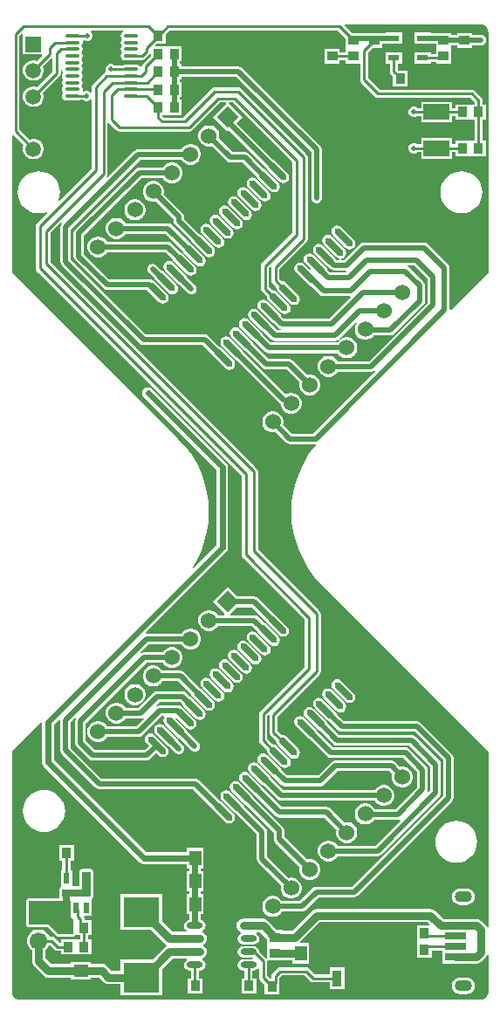
<source format=gbl>
G04*
G04 #@! TF.GenerationSoftware,Altium Limited,Altium Designer,21.6.1 (37)*
G04*
G04 Layer_Physical_Order=2*
G04 Layer_Color=1265191*
%FSLAX25Y25*%
%MOIN*%
G70*
G04*
G04 #@! TF.SameCoordinates,C0504D16-1B66-4A67-A265-E874579EAF83*
G04*
G04*
G04 #@! TF.FilePolarity,Positive*
G04*
G01*
G75*
%ADD11C,0.01000*%
%ADD19C,0.01968*%
%ADD20C,0.05906*%
%ADD21R,0.05906X0.05906*%
%ADD22C,0.06000*%
%ADD23P,0.08485X4X90.0*%
%ADD24R,0.06693X0.06693*%
%ADD25C,0.06693*%
%ADD26O,0.06693X0.04331*%
%ADD27C,0.01968*%
%ADD28R,0.09843X0.05906*%
%ADD29R,0.03661X0.03858*%
%ADD30R,0.04567X0.05787*%
%ADD31R,0.03858X0.03661*%
%ADD32R,0.03543X0.06299*%
%ADD33O,0.05906X0.01378*%
%ADD34R,0.04331X0.02362*%
%ADD35R,0.05787X0.04567*%
%ADD36R,0.02362X0.04331*%
%ADD37R,0.13780X0.11811*%
%ADD38O,0.06299X0.02362*%
%ADD39R,0.11417X0.15748*%
%ADD40R,0.07874X0.03150*%
%ADD41R,0.07874X0.02992*%
%ADD42R,0.07874X0.02756*%
G04:AMPARAMS|DCode=43|XSize=23.62mil|YSize=90.55mil|CornerRadius=0mil|HoleSize=0mil|Usage=FLASHONLY|Rotation=45.000|XOffset=0mil|YOffset=0mil|HoleType=Round|Shape=Round|*
%AMOVALD43*
21,1,0.06693,0.02362,0.00000,0.00000,135.0*
1,1,0.02362,0.02366,-0.02366*
1,1,0.02362,-0.02366,0.02366*
%
%ADD43OVALD43*%

%ADD44C,0.02362*%
%ADD45C,0.02992*%
%ADD46C,0.03150*%
%ADD47R,0.03100X0.02000*%
%ADD48R,0.08000X0.03100*%
%ADD49R,0.03200X0.09600*%
G36*
X-48461Y183646D02*
X-48452Y183371D01*
X-48943Y183043D01*
X-49316Y182484D01*
X-49447Y181825D01*
X-49316Y181166D01*
X-49163Y180938D01*
X-48973Y180546D01*
X-49163Y180154D01*
X-49316Y179925D01*
X-49447Y179266D01*
X-49316Y178607D01*
X-49163Y178379D01*
X-48973Y177987D01*
X-49163Y177595D01*
X-49316Y177366D01*
X-49447Y176707D01*
X-49316Y176048D01*
X-49163Y175820D01*
X-48973Y175428D01*
X-49163Y175036D01*
X-49316Y174807D01*
X-49447Y174148D01*
X-49316Y173489D01*
X-48943Y172930D01*
X-48384Y172557D01*
X-47725Y172426D01*
X-43198D01*
X-42538Y172557D01*
X-42446Y172619D01*
X-41252D01*
X-40667Y172735D01*
X-40170Y173067D01*
X-38419Y174819D01*
X-38409Y174833D01*
X-37909Y174681D01*
Y174128D01*
X-40981Y171055D01*
X-41313Y170559D01*
X-41376Y170244D01*
X-41906Y170138D01*
X-41980Y170248D01*
X-42538Y170621D01*
X-43198Y170752D01*
X-47725D01*
X-48384Y170621D01*
X-48476Y170559D01*
X-51953D01*
X-52076Y170682D01*
X-52805Y170984D01*
X-53595D01*
X-54324Y170682D01*
X-54882Y170124D01*
X-55184Y169395D01*
Y168605D01*
X-55077Y168346D01*
X-55314Y167884D01*
X-55811Y167552D01*
X-60081Y163281D01*
X-60413Y162785D01*
X-60529Y162200D01*
Y160443D01*
X-61029Y160236D01*
X-61376Y160582D01*
X-62105Y160884D01*
X-62895D01*
X-63554Y160611D01*
X-63800Y160733D01*
X-64005Y160908D01*
X-63916Y161353D01*
X-64047Y162012D01*
X-64200Y162240D01*
X-64391Y162632D01*
X-64200Y163024D01*
X-64047Y163253D01*
X-63916Y163912D01*
X-64047Y164571D01*
X-64200Y164799D01*
X-64391Y165191D01*
X-64200Y165583D01*
X-64047Y165812D01*
X-63916Y166471D01*
X-64047Y167130D01*
X-64200Y167358D01*
X-64391Y167750D01*
X-64200Y168142D01*
X-64047Y168371D01*
X-63916Y169030D01*
X-64047Y169689D01*
X-64200Y169917D01*
X-64391Y170309D01*
X-64200Y170702D01*
X-64047Y170930D01*
X-63916Y171589D01*
X-64047Y172248D01*
X-64200Y172476D01*
X-64391Y172869D01*
X-64200Y173261D01*
X-64047Y173489D01*
X-63916Y174148D01*
X-64047Y174807D01*
X-64200Y175036D01*
X-64391Y175428D01*
X-64200Y175820D01*
X-64047Y176048D01*
X-63916Y176707D01*
X-64047Y177366D01*
X-64200Y177595D01*
X-64391Y177987D01*
X-64200Y178379D01*
X-64047Y178607D01*
X-63916Y179266D01*
X-64002Y179695D01*
X-63699Y180135D01*
X-63280Y180173D01*
X-63224Y180118D01*
X-62495Y179816D01*
X-61705D01*
X-60976Y180118D01*
X-60418Y180676D01*
X-60116Y181405D01*
Y182195D01*
X-60418Y182924D01*
X-60865Y183371D01*
X-60707Y183871D01*
X-48535D01*
X-48461Y183646D01*
D02*
G37*
G36*
X88947Y186129D02*
X89613Y185854D01*
X90185Y185415D01*
X90623Y184843D01*
X90899Y184177D01*
X90931Y183938D01*
X90990Y183463D01*
X90990Y182967D01*
X90990Y182964D01*
Y91383D01*
X76723Y77116D01*
X76223Y77324D01*
Y93200D01*
X76069Y93974D01*
X75631Y94631D01*
X67931Y102331D01*
X67274Y102769D01*
X66500Y102923D01*
X43500D01*
X42726Y102769D01*
X42069Y102331D01*
X35962Y96223D01*
X35100D01*
X34730Y96536D01*
X34730Y96536D01*
X34730D01*
X34711Y96723D01*
X34727Y96726D01*
X35329Y96846D01*
X36051Y97328D01*
X36533Y98050D01*
X36702Y98901D01*
X36533Y99752D01*
X36051Y100473D01*
X31318Y105206D01*
X30597Y105688D01*
X29746Y105857D01*
X28895Y105688D01*
X28173Y105206D01*
X27691Y104484D01*
X27522Y103633D01*
X27691Y102782D01*
X28173Y102061D01*
X32906Y97328D01*
X33627Y96846D01*
X34229Y96726D01*
X34246Y96723D01*
X34227Y96536D01*
X34227D01*
X34227Y96536D01*
X33857Y96223D01*
X33053D01*
X32872Y96403D01*
X32515Y96938D01*
X27783Y101670D01*
X27061Y102152D01*
X26210Y102322D01*
X25359Y102152D01*
X24638Y101670D01*
X24156Y100949D01*
X23986Y100098D01*
X24156Y99247D01*
X24638Y98525D01*
X29370Y93793D01*
X30092Y93311D01*
X30280Y93273D01*
X30784Y92769D01*
X31440Y92331D01*
X32214Y92177D01*
X36428D01*
X36711Y91677D01*
X36679Y91623D01*
X30475D01*
X29473Y92625D01*
X29462Y92681D01*
X28980Y93402D01*
X24247Y98135D01*
X23526Y98617D01*
X22675Y98786D01*
X21824Y98617D01*
X21102Y98135D01*
X20620Y97413D01*
X20451Y96562D01*
X20620Y95711D01*
X21102Y94990D01*
X23233Y92859D01*
X23005Y92380D01*
X22922Y92388D01*
X20712Y94599D01*
X19990Y95081D01*
X19139Y95250D01*
X18288Y95081D01*
X17567Y94599D01*
X17085Y93878D01*
X16915Y93027D01*
X17085Y92176D01*
X17567Y91454D01*
X22299Y86722D01*
X23021Y86239D01*
X23536Y86137D01*
X26604Y83069D01*
X27260Y82631D01*
X28034Y82477D01*
X38209D01*
X38427Y81988D01*
X30262Y73823D01*
X12920D01*
X11795Y74948D01*
X11784Y75003D01*
X11302Y75724D01*
X6570Y80457D01*
X5848Y80939D01*
X4997Y81108D01*
X4146Y80939D01*
X3425Y80457D01*
X2943Y79736D01*
X2773Y78885D01*
X2943Y78034D01*
X3425Y77312D01*
X8157Y72579D01*
X8879Y72097D01*
X8934Y72086D01*
X10651Y70369D01*
X11307Y69931D01*
X11849Y69823D01*
X11800Y69323D01*
X10349D01*
X8260Y71412D01*
X8249Y71467D01*
X7767Y72189D01*
X3034Y76921D01*
X2313Y77403D01*
X1462Y77573D01*
X611Y77403D01*
X-111Y76921D01*
X-593Y76200D01*
X-762Y75349D01*
X-593Y74498D01*
X-111Y73777D01*
X4622Y69044D01*
X5343Y68562D01*
X5399Y68551D01*
X8080Y65869D01*
X8736Y65431D01*
X9510Y65277D01*
X32400D01*
X33174Y65431D01*
X33735Y65806D01*
X34054Y65417D01*
X33741Y65105D01*
X33491Y64672D01*
X7929D01*
X4724Y67876D01*
X4713Y67932D01*
X4231Y68653D01*
X-501Y73386D01*
X-1223Y73868D01*
X-2074Y74037D01*
X-2925Y73868D01*
X-3647Y73386D01*
X-4129Y72664D01*
X-4298Y71813D01*
X-4129Y70962D01*
X-3647Y70241D01*
X1086Y65508D01*
X1808Y65026D01*
X1863Y65015D01*
X5660Y61218D01*
X6317Y60780D01*
X7091Y60625D01*
X33491D01*
X33741Y60193D01*
X34486Y59448D01*
X35398Y58921D01*
X36415Y58649D01*
X37469D01*
X38486Y58921D01*
X39398Y59448D01*
X40143Y60193D01*
X40670Y61105D01*
X40942Y62122D01*
Y63175D01*
X40670Y64193D01*
X40143Y65105D01*
X39398Y65849D01*
X38486Y66376D01*
X37469Y66649D01*
X36415D01*
X35398Y66376D01*
X34561Y65892D01*
X34254Y66293D01*
X40369Y72408D01*
X40769Y72101D01*
X40286Y71264D01*
X40013Y70246D01*
Y69193D01*
X40286Y68176D01*
X40812Y67264D01*
X41557Y66519D01*
X42469Y65992D01*
X43487Y65720D01*
X44540D01*
X45557Y65992D01*
X46469Y66519D01*
X47214Y67264D01*
X47279Y67377D01*
X53600D01*
X54374Y67531D01*
X55031Y67969D01*
X66231Y79169D01*
X66669Y79826D01*
X66823Y80600D01*
Y86300D01*
X66669Y87074D01*
X66231Y87731D01*
X60631Y93331D01*
X60112Y93677D01*
X60264Y94177D01*
X62662D01*
X67777Y89062D01*
Y79938D01*
X45439Y57601D01*
X33322D01*
X33072Y58034D01*
X32327Y58778D01*
X31415Y59305D01*
X30398Y59578D01*
X29344D01*
X28327Y59305D01*
X27415Y58778D01*
X26670Y58034D01*
X26144Y57121D01*
X25871Y56104D01*
Y55051D01*
X26144Y54034D01*
X26670Y53122D01*
X27415Y52377D01*
X28327Y51850D01*
X29344Y51578D01*
X30398D01*
X31415Y51850D01*
X32327Y52377D01*
X33072Y53122D01*
X33322Y53554D01*
X46277D01*
X47052Y53708D01*
X47620Y54088D01*
X47938Y53699D01*
X24162Y29923D01*
X15960D01*
X12528Y33355D01*
X12658Y33838D01*
Y34891D01*
X12385Y35908D01*
X11859Y36820D01*
X11114Y37565D01*
X10202Y38092D01*
X9184Y38364D01*
X8131D01*
X7114Y38092D01*
X6202Y37565D01*
X5457Y36820D01*
X4930Y35908D01*
X4658Y34891D01*
Y33838D01*
X4930Y32820D01*
X5457Y31908D01*
X6202Y31163D01*
X7114Y30637D01*
X8131Y30364D01*
X9184D01*
X9667Y30494D01*
X13692Y26469D01*
X14348Y26031D01*
X15122Y25877D01*
X24940D01*
X25138Y25634D01*
X25237Y25459D01*
X24560Y24712D01*
X22282Y21642D01*
X20317Y18363D01*
X18683Y14907D01*
X17395Y11308D01*
X16466Y7600D01*
X15905Y3818D01*
X15717Y0D01*
X15905Y-3818D01*
X16466Y-7600D01*
X17395Y-11308D01*
X18683Y-14907D01*
X20317Y-18363D01*
X22282Y-21642D01*
X24560Y-24712D01*
X27127Y-27545D01*
X27127Y-27545D01*
X27493Y-27886D01*
X90990Y-91383D01*
Y-158551D01*
X90937Y-158572D01*
X90490Y-158634D01*
X90000Y-157900D01*
X88247Y-156147D01*
X87421Y-155595D01*
X86447Y-155402D01*
X73701D01*
X70655Y-152356D01*
X69829Y-151804D01*
X68855Y-151610D01*
X25545D01*
X24571Y-151804D01*
X23745Y-152356D01*
X16231Y-159870D01*
X12462D01*
Y-159584D01*
X10277D01*
X6803Y-156110D01*
X6265Y-155697D01*
X5638Y-155438D01*
X4966Y-155350D01*
X-2600D01*
X-3272Y-155438D01*
X-3898Y-155697D01*
X-4436Y-156110D01*
X-4849Y-156648D01*
X-5108Y-157274D01*
X-5197Y-157947D01*
X-5108Y-158619D01*
X-4849Y-159245D01*
X-4436Y-159783D01*
X-3898Y-160196D01*
X-3459Y-160378D01*
X-3478Y-160806D01*
X-3498Y-160903D01*
X-4204Y-161374D01*
X-4686Y-162095D01*
X-4855Y-162946D01*
X-4686Y-163797D01*
X-4204Y-164519D01*
X-3482Y-165001D01*
X-2631Y-165170D01*
X1306D01*
X2157Y-165001D01*
X2878Y-164519D01*
X3360Y-163797D01*
X3530Y-162946D01*
X3360Y-162095D01*
X2878Y-161374D01*
X2384Y-161044D01*
X2535Y-160544D01*
X3890D01*
X6604Y-163257D01*
Y-165246D01*
X6604D01*
Y-165647D01*
X6604D01*
Y-170441D01*
X6104Y-170593D01*
X6081Y-170559D01*
X3520Y-167997D01*
X3530Y-167947D01*
X3360Y-167095D01*
X2878Y-166374D01*
X2157Y-165892D01*
X1306Y-165723D01*
X-2631D01*
X-3482Y-165892D01*
X-4204Y-166374D01*
X-4686Y-167095D01*
X-4855Y-167947D01*
X-4686Y-168798D01*
X-4204Y-169519D01*
X-3482Y-170001D01*
X-2631Y-170170D01*
X984D01*
X1012Y-170223D01*
X710Y-170723D01*
X-2631D01*
X-3482Y-170892D01*
X-4204Y-171374D01*
X-4686Y-172096D01*
X-4855Y-172947D01*
X-4686Y-173798D01*
X-4204Y-174519D01*
X-3482Y-175001D01*
X-2631Y-175170D01*
X-2192D01*
Y-178094D01*
X-3296D01*
Y-183953D01*
X2365D01*
Y-178094D01*
X867D01*
Y-175170D01*
X1306D01*
X2157Y-175001D01*
X2878Y-174519D01*
X2971Y-174381D01*
X3471Y-174532D01*
Y-177733D01*
X3587Y-178318D01*
X3919Y-178814D01*
X5538Y-180434D01*
Y-184129D01*
X11199D01*
Y-179919D01*
X11204Y-179894D01*
Y-177859D01*
X12133Y-176929D01*
X20666D01*
X22906Y-179169D01*
X23402Y-179501D01*
X23988Y-179617D01*
X30451D01*
Y-182237D01*
X35994D01*
Y-173938D01*
X30451D01*
Y-176558D01*
X24621D01*
X22381Y-174319D01*
X21885Y-173987D01*
X21300Y-173871D01*
X11500D01*
X10915Y-173987D01*
X10419Y-174319D01*
X8593Y-176144D01*
X8262Y-176640D01*
X8145Y-177225D01*
Y-178138D01*
X7645Y-178216D01*
X6529Y-177100D01*
Y-171778D01*
X6554Y-171622D01*
X6973Y-171309D01*
X12462D01*
Y-171075D01*
X16013D01*
Y-172372D01*
X22580D01*
Y-164584D01*
X19399D01*
X19215Y-164084D01*
X26599Y-156700D01*
X67801D01*
X68510Y-157409D01*
X68318Y-157871D01*
X63701D01*
Y-163729D01*
X63701D01*
Y-164206D01*
X63701D01*
Y-170064D01*
X69362D01*
Y-167429D01*
X73360D01*
Y-172411D01*
X78052D01*
X78298Y-172460D01*
X86447D01*
X87421Y-172266D01*
X88247Y-171714D01*
X90000Y-169962D01*
X90490Y-169227D01*
X90937Y-169289D01*
X90990Y-169310D01*
Y-182967D01*
X90990Y-183463D01*
X90931Y-183938D01*
X90899Y-184177D01*
X90623Y-184843D01*
X90185Y-185415D01*
X89613Y-185854D01*
X88947Y-186129D01*
X88241Y-186222D01*
X88232Y-186221D01*
X-88175D01*
X-88184Y-186222D01*
X-88890Y-186129D01*
X-89556Y-185854D01*
X-90128Y-185415D01*
X-90566Y-184843D01*
X-90842Y-184177D01*
X-90874Y-183938D01*
X-90933Y-183462D01*
X-90934Y-182963D01*
X-90990Y-91383D01*
X-79924Y-80317D01*
X-79424Y-80524D01*
Y-95600D01*
X-79424Y-95600D01*
X-79255Y-96451D01*
X-78772Y-97172D01*
X-42173Y-133773D01*
X-42173Y-133773D01*
X-41451Y-134255D01*
X-40600Y-134424D01*
X-40600Y-134424D01*
X-24287D01*
Y-136094D01*
X-23359D01*
Y-137090D01*
X-24287D01*
Y-144877D01*
X-23359D01*
Y-145873D01*
X-24287D01*
Y-153661D01*
X-23359D01*
Y-155773D01*
X-23955Y-155892D01*
X-24676Y-156374D01*
X-25158Y-157096D01*
X-25328Y-157947D01*
X-25158Y-158798D01*
X-24676Y-159519D01*
X-24182Y-159850D01*
X-24333Y-160350D01*
X-29663D01*
X-33608Y-156405D01*
Y-145815D01*
X-49387D01*
Y-159626D01*
X-37732D01*
X-32575Y-164783D01*
X-32071Y-165170D01*
X-32035Y-165438D01*
Y-165454D01*
X-32071Y-165723D01*
X-32575Y-166110D01*
X-37280Y-170815D01*
X-49387D01*
Y-175124D01*
X-53004D01*
X-54768Y-173360D01*
X-55305Y-172947D01*
X-55932Y-172687D01*
X-56604Y-172599D01*
X-60806D01*
Y-171913D01*
X-68594D01*
Y-172599D01*
X-76028D01*
X-78149Y-170479D01*
Y-167267D01*
X-78077Y-167226D01*
X-77267Y-166417D01*
X-76786Y-165583D01*
X-76322Y-165476D01*
X-76196Y-165494D01*
X-74563Y-167126D01*
X-74067Y-167458D01*
X-73482Y-167574D01*
X-72311D01*
Y-168974D01*
X-66748D01*
X-66649Y-168974D01*
X-66248D01*
X-66149Y-168974D01*
X-60586D01*
Y-163116D01*
X-61888D01*
Y-161677D01*
X-60586D01*
Y-155818D01*
X-63218D01*
Y-155579D01*
X-63335Y-154994D01*
X-63516Y-154722D01*
X-63249Y-154222D01*
X-60527D01*
Y-148228D01*
X-60423Y-147775D01*
X-60320Y-147706D01*
X-60099Y-147376D01*
X-60022Y-146985D01*
Y-137385D01*
X-60099Y-136995D01*
X-60320Y-136664D01*
X-60651Y-136443D01*
X-61041Y-136366D01*
X-64241D01*
X-64631Y-136443D01*
X-64962Y-136664D01*
X-65183Y-136995D01*
X-65261Y-137385D01*
Y-142866D01*
X-68008D01*
Y-136868D01*
X-68659D01*
Y-133129D01*
X-67358D01*
Y-127271D01*
X-73019D01*
Y-133129D01*
X-71718D01*
Y-136868D01*
X-72370D01*
Y-143103D01*
X-72462Y-143165D01*
X-72683Y-143495D01*
X-72761Y-143886D01*
Y-147466D01*
X-84541D01*
X-84931Y-147544D01*
X-85262Y-147765D01*
X-85483Y-148095D01*
X-85561Y-148486D01*
X-85483Y-148876D01*
X-85461Y-148909D01*
Y-157586D01*
X-85383Y-157976D01*
X-85162Y-158306D01*
X-84831Y-158528D01*
X-84441Y-158605D01*
X-77364D01*
X-74162Y-161806D01*
X-73831Y-162028D01*
X-73441Y-162105D01*
X-67641D01*
X-67251Y-162028D01*
X-67058Y-161898D01*
X-66649Y-161677D01*
X-66248D01*
Y-161677D01*
X-64946D01*
Y-163116D01*
X-66149D01*
X-66248Y-163116D01*
X-66649D01*
X-66748Y-163116D01*
X-72311D01*
Y-164516D01*
X-72848D01*
X-74698Y-162666D01*
X-75194Y-162335D01*
X-75779Y-162218D01*
X-76656D01*
X-76695Y-162070D01*
X-77267Y-161079D01*
X-78077Y-160270D01*
X-79068Y-159697D01*
X-80173Y-159401D01*
X-81318D01*
X-82423Y-159697D01*
X-83414Y-160270D01*
X-84224Y-161079D01*
X-84796Y-162070D01*
X-85092Y-163175D01*
Y-164320D01*
X-84796Y-165425D01*
X-84224Y-166417D01*
X-83414Y-167226D01*
X-83343Y-167267D01*
Y-171555D01*
X-83254Y-172227D01*
X-82995Y-172853D01*
X-82582Y-173391D01*
X-78940Y-177032D01*
X-78402Y-177445D01*
X-77776Y-177705D01*
X-77104Y-177793D01*
X-68594D01*
Y-178480D01*
X-60806D01*
Y-177793D01*
X-57680D01*
X-55916Y-179557D01*
X-55378Y-179970D01*
X-54751Y-180229D01*
X-54079Y-180318D01*
X-49387D01*
Y-184626D01*
X-33608D01*
Y-174488D01*
X-29663Y-170544D01*
X-24333D01*
X-24182Y-171044D01*
X-24676Y-171374D01*
X-25158Y-172096D01*
X-25328Y-172947D01*
X-25158Y-173798D01*
X-24676Y-174519D01*
X-23955Y-175001D01*
X-23104Y-175170D01*
X-22664D01*
Y-178094D01*
X-23859D01*
Y-183953D01*
X-18198D01*
Y-178094D01*
X-19606D01*
Y-175170D01*
X-19167D01*
X-18316Y-175001D01*
X-17594Y-174519D01*
X-17112Y-173798D01*
X-16943Y-172947D01*
X-17112Y-172096D01*
X-17594Y-171374D01*
X-18301Y-170902D01*
X-18319Y-170810D01*
X-18340Y-170377D01*
X-17901Y-170196D01*
X-17364Y-169783D01*
X-16951Y-169245D01*
X-16691Y-168619D01*
X-16603Y-167947D01*
X-16691Y-167274D01*
X-16951Y-166648D01*
X-17364Y-166110D01*
X-17868Y-165723D01*
X-17904Y-165454D01*
Y-165438D01*
X-17868Y-165170D01*
X-17364Y-164783D01*
X-16951Y-164245D01*
X-16691Y-163619D01*
X-16603Y-162946D01*
X-16691Y-162274D01*
X-16951Y-161648D01*
X-17364Y-161110D01*
X-17901Y-160697D01*
X-18340Y-160516D01*
X-18319Y-160083D01*
X-18301Y-159991D01*
X-17594Y-159519D01*
X-17112Y-158798D01*
X-16943Y-157947D01*
X-17112Y-157096D01*
X-17594Y-156374D01*
X-18316Y-155892D01*
X-18911Y-155773D01*
Y-153661D01*
X-17720D01*
Y-145873D01*
X-18911D01*
Y-144877D01*
X-17720D01*
Y-137090D01*
X-18911D01*
Y-136094D01*
X-17720D01*
Y-128306D01*
X-24287D01*
Y-129976D01*
X-39679D01*
X-74976Y-94679D01*
Y-81121D01*
X-72978Y-79123D01*
X-72517Y-79369D01*
X-72523Y-79400D01*
Y-91000D01*
X-72369Y-91774D01*
X-71931Y-92431D01*
X-59131Y-105231D01*
X-58474Y-105669D01*
X-57700Y-105823D01*
X-21740D01*
X-14746Y-112817D01*
X-14735Y-112873D01*
X-14253Y-113594D01*
X-9521Y-118327D01*
X-8799Y-118809D01*
X-7948Y-118978D01*
X-7097Y-118809D01*
X-6375Y-118327D01*
X-5893Y-117605D01*
X-5724Y-116754D01*
X-5893Y-115903D01*
X-6375Y-115182D01*
X-11108Y-110449D01*
X-11830Y-109967D01*
X-11885Y-109956D01*
X-19471Y-102369D01*
X-20128Y-101931D01*
X-20902Y-101777D01*
X-56862D01*
X-68477Y-90162D01*
Y-80238D01*
X-66879Y-78641D01*
X-66491Y-78959D01*
X-66669Y-79226D01*
X-66823Y-80000D01*
Y-88300D01*
X-66669Y-89074D01*
X-66231Y-89731D01*
X-61631Y-94331D01*
X-60974Y-94769D01*
X-60200Y-94923D01*
X-39493D01*
X-38719Y-94769D01*
X-38063Y-94331D01*
X-35790Y-92058D01*
X-34854Y-92993D01*
X-34132Y-93475D01*
X-33281Y-93645D01*
X-32430Y-93475D01*
X-31709Y-92993D01*
X-31227Y-92272D01*
X-31058Y-91421D01*
X-31227Y-90570D01*
X-31709Y-89848D01*
X-36441Y-85116D01*
X-37163Y-84634D01*
X-38014Y-84464D01*
X-38865Y-84634D01*
X-39586Y-85116D01*
X-40069Y-85837D01*
X-40238Y-86688D01*
X-40069Y-87539D01*
X-39586Y-88261D01*
X-38651Y-89196D01*
X-40331Y-90877D01*
X-59362D01*
X-62777Y-87462D01*
Y-80838D01*
X-39540Y-57601D01*
X-33322D01*
X-33072Y-58034D01*
X-32327Y-58778D01*
X-31415Y-59305D01*
X-30398Y-59578D01*
X-29344D01*
X-28327Y-59305D01*
X-27415Y-58778D01*
X-26670Y-58034D01*
X-26144Y-57121D01*
X-25871Y-56104D01*
Y-55051D01*
X-26144Y-54034D01*
X-26670Y-53122D01*
X-27415Y-52377D01*
X-28327Y-51850D01*
X-29344Y-51578D01*
X-30398D01*
X-31415Y-51850D01*
X-32327Y-52377D01*
X-33072Y-53122D01*
X-33322Y-53554D01*
X-40378D01*
X-41152Y-53708D01*
X-41418Y-53886D01*
X-41737Y-53498D01*
X-38769Y-50530D01*
X-26251D01*
X-26001Y-50963D01*
X-25256Y-51707D01*
X-24344Y-52234D01*
X-23327Y-52507D01*
X-22273D01*
X-21256Y-52234D01*
X-20344Y-51707D01*
X-19599Y-50963D01*
X-19073Y-50050D01*
X-18800Y-49033D01*
Y-47980D01*
X-19073Y-46962D01*
X-19599Y-46050D01*
X-20344Y-45306D01*
X-21256Y-44779D01*
X-22273Y-44506D01*
X-23327D01*
X-24344Y-44779D01*
X-25256Y-45306D01*
X-26001Y-46050D01*
X-26251Y-46483D01*
X-39606D01*
X-39637Y-46490D01*
X-39884Y-46029D01*
X-9027Y-15172D01*
X-9027Y-15172D01*
X-8545Y-14451D01*
X-8376Y-13600D01*
X-8376Y-13600D01*
Y17000D01*
X-8376Y17000D01*
X-8545Y17851D01*
X-9027Y18573D01*
X-9027Y18573D01*
X-37427Y46973D01*
X-38149Y47455D01*
X-39000Y47624D01*
X-39851Y47455D01*
X-40573Y46973D01*
X-41055Y46251D01*
X-41224Y45400D01*
X-41055Y44549D01*
X-40573Y43828D01*
X-12824Y16079D01*
Y-12679D01*
X-21569Y-21424D01*
X-21966Y-21114D01*
X-20317Y-18363D01*
X-18683Y-14907D01*
X-17395Y-11308D01*
X-16466Y-7600D01*
X-15905Y-3818D01*
X-15717Y0D01*
X-15905Y3818D01*
X-16466Y7600D01*
X-17395Y11308D01*
X-18683Y14907D01*
X-20317Y18363D01*
X-22282Y21642D01*
X-24560Y24712D01*
X-27127Y27545D01*
X-27139Y27533D01*
X-90990Y91384D01*
Y143920D01*
X-90490Y144127D01*
X-86484Y140122D01*
X-86753Y139120D01*
Y138080D01*
X-86483Y137074D01*
X-85963Y136173D01*
X-85227Y135437D01*
X-84326Y134917D01*
X-83320Y134647D01*
X-82280D01*
X-81274Y134917D01*
X-80373Y135437D01*
X-79637Y136173D01*
X-79117Y137074D01*
X-78847Y138080D01*
Y139120D01*
X-79117Y140126D01*
X-79637Y141027D01*
X-80373Y141763D01*
X-81274Y142283D01*
X-82280Y142553D01*
X-83320D01*
X-84322Y142285D01*
X-88171Y146133D01*
Y181766D01*
X-87160Y182777D01*
X-86753Y182477D01*
Y174647D01*
X-79569D01*
X-79378Y174185D01*
X-81278Y172284D01*
X-82280Y172553D01*
X-83320D01*
X-84326Y172283D01*
X-85227Y171763D01*
X-85963Y171027D01*
X-86483Y170126D01*
X-86753Y169120D01*
Y168080D01*
X-86483Y167074D01*
X-85963Y166173D01*
X-85227Y165437D01*
X-84326Y164917D01*
X-83320Y164647D01*
X-82280D01*
X-81274Y164917D01*
X-80373Y165437D01*
X-79637Y166173D01*
X-79117Y167074D01*
X-78847Y168080D01*
Y169120D01*
X-79115Y170122D01*
X-75929Y173308D01*
X-75429Y173101D01*
Y168133D01*
X-81278Y162285D01*
X-82280Y162553D01*
X-83320D01*
X-84326Y162283D01*
X-85227Y161763D01*
X-85963Y161027D01*
X-86483Y160126D01*
X-86753Y159120D01*
Y158080D01*
X-86483Y157074D01*
X-85963Y156173D01*
X-85227Y155437D01*
X-84326Y154917D01*
X-83320Y154647D01*
X-82280D01*
X-81274Y154917D01*
X-80373Y155437D01*
X-79637Y156173D01*
X-79117Y157074D01*
X-78847Y158080D01*
Y159120D01*
X-79115Y160122D01*
X-72819Y166419D01*
X-72487Y166915D01*
X-72371Y167500D01*
Y168893D01*
X-71871Y168942D01*
X-71757Y168371D01*
X-71604Y168142D01*
X-71414Y167750D01*
X-71604Y167358D01*
X-71757Y167130D01*
X-71888Y166471D01*
X-71757Y165812D01*
X-71604Y165583D01*
X-71414Y165191D01*
X-71604Y164799D01*
X-71757Y164571D01*
X-71888Y163912D01*
X-71757Y163253D01*
X-71604Y163024D01*
X-71414Y162632D01*
X-71604Y162240D01*
X-71757Y162012D01*
X-71888Y161353D01*
X-71757Y160694D01*
X-71604Y160465D01*
X-71414Y160073D01*
X-71604Y159681D01*
X-71757Y159453D01*
X-71888Y158794D01*
X-71757Y158135D01*
X-71384Y157576D01*
X-70825Y157203D01*
X-70166Y157072D01*
X-65638D01*
X-64979Y157203D01*
X-64808Y157317D01*
X-63724D01*
X-63624Y157218D01*
X-62895Y156916D01*
X-62105D01*
X-61376Y157218D01*
X-61029Y157564D01*
X-60529Y157357D01*
Y131034D01*
X-72866Y118697D01*
X-73286Y118973D01*
X-72828Y120480D01*
X-72674Y122047D01*
X-72828Y123615D01*
X-73286Y125122D01*
X-74028Y126511D01*
X-75027Y127729D01*
X-76245Y128728D01*
X-77634Y129470D01*
X-79141Y129928D01*
X-80709Y130082D01*
X-82276Y129928D01*
X-83783Y129470D01*
X-85172Y128728D01*
X-86390Y127729D01*
X-87389Y126511D01*
X-88132Y125122D01*
X-88589Y123615D01*
X-88743Y122047D01*
X-88589Y120480D01*
X-88132Y118973D01*
X-87389Y117583D01*
X-86390Y116366D01*
X-85172Y115367D01*
X-83783Y114624D01*
X-82276Y114167D01*
X-80709Y114013D01*
X-79141Y114167D01*
X-77634Y114624D01*
X-77359Y114204D01*
X-81381Y110181D01*
X-81713Y109685D01*
X-81829Y109100D01*
Y93000D01*
X-81713Y92415D01*
X-81381Y91919D01*
X-3229Y13767D01*
Y-16300D01*
X-3113Y-16885D01*
X-2781Y-17381D01*
X20857Y-41020D01*
Y-59180D01*
X3919Y-76119D01*
X3587Y-76615D01*
X3471Y-77200D01*
Y-87276D01*
X3587Y-87861D01*
X3919Y-88357D01*
X6319Y-90757D01*
X6309Y-90808D01*
X6478Y-91659D01*
X6960Y-92381D01*
X11693Y-97113D01*
X12414Y-97596D01*
X13265Y-97765D01*
X14116Y-97596D01*
X14838Y-97113D01*
X15320Y-96392D01*
X15489Y-95541D01*
X15320Y-94690D01*
X14838Y-93968D01*
X10105Y-89236D01*
X9384Y-88754D01*
X8533Y-88585D01*
X8482Y-88595D01*
X6529Y-86642D01*
Y-77833D01*
X6885Y-77478D01*
X7132Y-77540D01*
X7371Y-77699D01*
Y-84105D01*
X7487Y-84690D01*
X7819Y-85186D01*
X9854Y-87222D01*
X9844Y-87273D01*
X10014Y-88124D01*
X10496Y-88845D01*
X15228Y-93578D01*
X15950Y-94060D01*
X16801Y-94229D01*
X17652Y-94060D01*
X18373Y-93578D01*
X18855Y-92856D01*
X19025Y-92005D01*
X18855Y-91154D01*
X18373Y-90433D01*
X13641Y-85700D01*
X12919Y-85218D01*
X12068Y-85049D01*
X12017Y-85059D01*
X10429Y-83471D01*
Y-78233D01*
X26575Y-62088D01*
X26907Y-61592D01*
X27023Y-61006D01*
Y-38994D01*
X26907Y-38408D01*
X26575Y-37912D01*
X3011Y-14348D01*
Y15518D01*
X2895Y16103D01*
X2563Y16600D01*
X-76271Y95433D01*
Y106567D01*
X-72382Y110456D01*
X-71993Y110137D01*
X-72369Y109574D01*
X-72523Y108800D01*
Y95600D01*
X-72369Y94826D01*
X-71931Y94169D01*
X-42131Y64369D01*
X-41474Y63931D01*
X-40700Y63777D01*
X-18112D01*
X-14746Y60411D01*
X-14735Y60356D01*
X-14253Y59634D01*
X-9521Y54902D01*
X-8799Y54420D01*
X-7948Y54250D01*
X-7097Y54420D01*
X-6375Y54902D01*
X-5893Y55623D01*
X-5724Y56474D01*
X-5893Y57325D01*
X-6375Y58047D01*
X-11108Y62779D01*
X-11830Y63261D01*
X-11885Y63272D01*
X-15843Y67231D01*
X-16499Y67669D01*
X-17274Y67823D01*
X-39862D01*
X-68477Y96438D01*
Y107962D01*
X-41929Y134510D01*
X-26251D01*
X-26001Y134077D01*
X-25256Y133332D01*
X-24344Y132806D01*
X-23327Y132533D01*
X-22273D01*
X-21256Y132806D01*
X-20344Y133332D01*
X-19599Y134077D01*
X-19073Y134989D01*
X-18800Y136006D01*
Y137059D01*
X-19073Y138077D01*
X-19599Y138989D01*
X-20344Y139734D01*
X-21256Y140260D01*
X-22273Y140533D01*
X-23327D01*
X-24344Y140260D01*
X-25256Y139734D01*
X-26001Y138989D01*
X-26251Y138556D01*
X-42767D01*
X-43541Y138402D01*
X-44198Y137963D01*
X-54467Y127694D01*
X-54856Y128012D01*
X-54587Y128415D01*
X-54471Y129000D01*
Y148423D01*
X-54408Y148471D01*
X-53971Y148608D01*
X-51081Y145719D01*
X-50585Y145387D01*
X-50000Y145271D01*
X-23200D01*
X-22615Y145387D01*
X-22119Y145719D01*
X-11467Y156371D01*
X-9326D01*
X-9119Y155871D01*
X-14315Y150675D01*
X-8658Y145018D01*
X-8044Y145633D01*
X5882Y131707D01*
X5893Y131651D01*
X6375Y130930D01*
X11108Y126197D01*
X11830Y125715D01*
X12681Y125546D01*
X13532Y125715D01*
X14253Y126197D01*
X14735Y126918D01*
X14904Y127769D01*
X14735Y128621D01*
X14253Y129342D01*
X9521Y134075D01*
X8799Y134557D01*
X8743Y134568D01*
X-5182Y148494D01*
X-3001Y150675D01*
X-8197Y155871D01*
X-7989Y156371D01*
X-6634D01*
X16171Y133566D01*
Y106534D01*
X4619Y94981D01*
X4287Y94485D01*
X4171Y93900D01*
Y85253D01*
X4287Y84667D01*
X4619Y84171D01*
X6319Y82471D01*
X6309Y82420D01*
X6478Y81569D01*
X6960Y80848D01*
X11693Y76115D01*
X12414Y75633D01*
X13265Y75464D01*
X14116Y75633D01*
X14838Y76115D01*
X15320Y76836D01*
X15489Y77688D01*
X15320Y78539D01*
X14838Y79260D01*
X10105Y83992D01*
X9384Y84475D01*
X8533Y84644D01*
X8482Y84634D01*
X7229Y85886D01*
Y93266D01*
X7758Y93795D01*
X8219Y93549D01*
X8171Y93306D01*
Y88324D01*
X8287Y87739D01*
X8619Y87242D01*
X9854Y86006D01*
X9844Y85956D01*
X10014Y85105D01*
X10496Y84383D01*
X15228Y79650D01*
X15950Y79168D01*
X16801Y78999D01*
X17652Y79168D01*
X18373Y79650D01*
X18855Y80372D01*
X19025Y81223D01*
X18855Y82074D01*
X18373Y82796D01*
X13641Y87528D01*
X12919Y88010D01*
X12068Y88179D01*
X12017Y88169D01*
X11229Y88957D01*
Y92672D01*
X21581Y103024D01*
X21913Y103521D01*
X22029Y104106D01*
Y135394D01*
X21913Y135979D01*
X21581Y136476D01*
X-3624Y161681D01*
X-4121Y162013D01*
X-4706Y162129D01*
X-13400D01*
X-13985Y162013D01*
X-14481Y161681D01*
X-25633Y150529D01*
X-33066D01*
X-33549Y151012D01*
Y151546D01*
X-32346D01*
X-32247Y151546D01*
X-31846D01*
X-31747Y151546D01*
X-26184D01*
Y157405D01*
X-26992D01*
Y158352D01*
X-26184D01*
Y164211D01*
X-26992D01*
Y165159D01*
X-26184D01*
Y166065D01*
X-5226D01*
X23377Y137462D01*
Y119900D01*
X23416Y119705D01*
Y119505D01*
X23492Y119321D01*
X23531Y119126D01*
X23642Y118960D01*
X23718Y118776D01*
X23859Y118635D01*
X23969Y118469D01*
X24135Y118359D01*
X24276Y118218D01*
X24460Y118142D01*
X24626Y118031D01*
X24821Y117992D01*
X25005Y117916D01*
X25205D01*
X25400Y117877D01*
X25595Y117916D01*
X25795D01*
X25979Y117992D01*
X26174Y118031D01*
X26340Y118142D01*
X26524Y118218D01*
X26665Y118359D01*
X26831Y118469D01*
X26941Y118635D01*
X27082Y118776D01*
X27158Y118960D01*
X27269Y119126D01*
X27308Y119321D01*
X27384Y119505D01*
Y119705D01*
X27423Y119900D01*
Y138300D01*
X27269Y139074D01*
X26831Y139731D01*
X-2957Y169518D01*
X-3614Y169957D01*
X-4388Y170111D01*
X-26184D01*
Y171017D01*
X-26992D01*
Y171965D01*
X-26184D01*
Y177823D01*
X-31747D01*
X-31846Y177823D01*
X-32247D01*
X-32346Y177823D01*
X-36139D01*
X-36330Y178285D01*
X-35844Y178771D01*
X-32247D01*
Y182368D01*
X-30745Y183871D01*
X33615D01*
X36612Y180873D01*
Y177276D01*
X36612Y177276D01*
Y176875D01*
X36612D01*
X36612Y176776D01*
Y175573D01*
X34229D01*
Y176888D01*
X28371D01*
Y171226D01*
X34229D01*
Y172515D01*
X36612D01*
Y171213D01*
X41971D01*
Y165000D01*
X42087Y164415D01*
X42419Y163919D01*
X47719Y158619D01*
X48215Y158287D01*
X48800Y158171D01*
X84066D01*
X85702Y156535D01*
Y155587D01*
X84499D01*
X84401Y155587D01*
X83999D01*
X83901Y155587D01*
X78338D01*
Y154209D01*
X77145D01*
Y156611D01*
X65303D01*
Y154209D01*
X63877D01*
X63724Y154362D01*
X62995Y154664D01*
X62205D01*
X61476Y154362D01*
X60918Y153804D01*
X60616Y153074D01*
Y152285D01*
X60918Y151556D01*
X61476Y150997D01*
X62205Y150695D01*
X62995D01*
X63724Y150997D01*
X63877Y151150D01*
X65303D01*
Y148705D01*
X77145D01*
Y151150D01*
X78338D01*
Y149729D01*
X83901D01*
X83999Y149729D01*
X84401D01*
X84499Y149729D01*
X85702D01*
Y141808D01*
X84499D01*
X84401Y141808D01*
X83999D01*
X83901Y141808D01*
X78338D01*
Y140429D01*
X77145D01*
Y142831D01*
X65303D01*
Y140429D01*
X63877D01*
X63724Y140582D01*
X62995Y140884D01*
X62205D01*
X61476Y140582D01*
X60918Y140024D01*
X60616Y139295D01*
Y138505D01*
X60918Y137776D01*
X61476Y137218D01*
X62205Y136916D01*
X62995D01*
X63724Y137218D01*
X63877Y137371D01*
X65303D01*
Y134926D01*
X77145D01*
Y137371D01*
X78338D01*
Y135950D01*
X83901D01*
X83999Y135950D01*
X84401D01*
X84499Y135950D01*
X90062D01*
Y141808D01*
X88761D01*
Y149729D01*
X90062D01*
Y155587D01*
X88761D01*
Y157168D01*
X88644Y157754D01*
X88313Y158250D01*
X85781Y160781D01*
X85285Y161113D01*
X84700Y161229D01*
X49433D01*
X45029Y165633D01*
Y175616D01*
X46703Y177289D01*
X50398D01*
Y178806D01*
X51714D01*
Y178648D01*
X58045D01*
Y183010D01*
X51714D01*
Y182852D01*
X50398D01*
Y182951D01*
X44540D01*
Y182852D01*
X42470D01*
Y182938D01*
X38873D01*
X36052Y185759D01*
X36244Y186221D01*
X88232Y186221D01*
X88241Y186222D01*
X88947Y186129D01*
D02*
G37*
G36*
X-68641Y-154685D02*
X-67641Y-155685D01*
Y-161085D01*
X-73441D01*
X-76941Y-157586D01*
X-84441D01*
Y-148585D01*
X-84541Y-148486D01*
X-68641D01*
Y-154685D01*
D02*
G37*
%LPC*%
G36*
X69069Y183010D02*
X62738D01*
Y178648D01*
X69069D01*
Y178806D01*
X70978D01*
Y177388D01*
X70978Y177289D01*
Y176888D01*
X70978Y176789D01*
Y174878D01*
X69069D01*
Y175530D01*
X62738D01*
Y171167D01*
X69069D01*
Y171819D01*
X70978D01*
Y171226D01*
X76837D01*
Y176789D01*
X76837Y176888D01*
Y177289D01*
X76837Y177388D01*
Y178097D01*
X78962D01*
Y177289D01*
X84821D01*
Y178177D01*
X88200D01*
X88395Y178216D01*
X88595D01*
X88779Y178292D01*
X88974Y178331D01*
X89140Y178442D01*
X89324Y178518D01*
X89465Y178659D01*
X89631Y178769D01*
X89741Y178935D01*
X89882Y179076D01*
X89958Y179260D01*
X90069Y179426D01*
X90108Y179621D01*
X90184Y179805D01*
Y180005D01*
X90223Y180200D01*
X90184Y180395D01*
Y180595D01*
X90108Y180779D01*
X90069Y180974D01*
X89958Y181140D01*
X89882Y181324D01*
X89741Y181465D01*
X89631Y181631D01*
X89465Y181741D01*
X89324Y181882D01*
X89140Y181958D01*
X88974Y182069D01*
X88779Y182108D01*
X88595Y182184D01*
X88395D01*
X88200Y182223D01*
X84821D01*
Y182951D01*
X78962D01*
Y182143D01*
X76837D01*
Y182951D01*
X70978D01*
Y182852D01*
X69069D01*
Y183010D01*
D02*
G37*
G36*
X58045Y175530D02*
X51714D01*
Y171167D01*
X53350D01*
Y168120D01*
X53467Y167535D01*
X53798Y167039D01*
X54529Y166308D01*
Y162612D01*
X60191D01*
Y168471D01*
X56692D01*
X56409Y168754D01*
Y171167D01*
X58045D01*
Y175530D01*
D02*
G37*
G36*
X-29344Y133462D02*
X-30398D01*
X-31415Y133189D01*
X-32327Y132663D01*
X-33072Y131918D01*
X-33322Y131485D01*
X-42338D01*
X-43112Y131331D01*
X-43769Y130892D01*
X-66831Y107831D01*
X-67269Y107174D01*
X-67423Y106400D01*
Y97600D01*
X-67269Y96826D01*
X-66831Y96169D01*
X-56031Y85369D01*
X-55374Y84931D01*
X-54600Y84777D01*
X-39396D01*
X-34854Y80235D01*
X-34132Y79753D01*
X-33281Y79584D01*
X-32430Y79753D01*
X-31709Y80235D01*
X-31227Y80957D01*
X-31058Y81808D01*
X-31227Y82659D01*
X-31709Y83380D01*
X-36441Y88113D01*
X-37163Y88595D01*
X-38014Y88764D01*
X-38049Y88757D01*
X-38380Y88823D01*
X-53762D01*
X-63377Y98438D01*
Y105562D01*
X-41500Y127439D01*
X-33322D01*
X-33072Y127006D01*
X-32327Y126261D01*
X-31415Y125734D01*
X-30398Y125462D01*
X-29344D01*
X-28327Y125734D01*
X-27415Y126261D01*
X-26670Y127006D01*
X-26144Y127918D01*
X-25871Y128935D01*
Y129988D01*
X-26144Y131006D01*
X-26670Y131918D01*
X-27415Y132663D01*
X-28327Y133189D01*
X-29344Y133462D01*
D02*
G37*
G36*
X-15202Y147604D02*
X-16256D01*
X-17273Y147331D01*
X-18185Y146805D01*
X-18930Y146060D01*
X-19456Y145148D01*
X-19729Y144131D01*
Y143077D01*
X-19456Y142060D01*
X-18930Y141148D01*
X-18185Y140403D01*
X-17273Y139877D01*
X-16256Y139604D01*
X-15202D01*
X-14719Y139733D01*
X-8956Y133969D01*
X-8299Y133531D01*
X-7525Y133377D01*
X-2859D01*
X2347Y128171D01*
X2358Y128116D01*
X2840Y127394D01*
X7573Y122661D01*
X8294Y122179D01*
X9145Y122010D01*
X9996Y122179D01*
X10718Y122661D01*
X11200Y123383D01*
X11369Y124234D01*
X11200Y125085D01*
X10718Y125806D01*
X5985Y130539D01*
X5263Y131021D01*
X5208Y131032D01*
X-590Y136831D01*
X-1247Y137269D01*
X-2021Y137423D01*
X-6687D01*
X-11858Y142595D01*
X-11729Y143077D01*
Y144131D01*
X-12002Y145148D01*
X-12528Y146060D01*
X-13273Y146805D01*
X-14185Y147331D01*
X-15202Y147604D01*
D02*
G37*
G36*
X877Y127655D02*
X26Y127486D01*
X-696Y127004D01*
X-1178Y126282D01*
X-1347Y125431D01*
X-1178Y124580D01*
X-696Y123859D01*
X4037Y119126D01*
X4758Y118644D01*
X5610Y118475D01*
X6461Y118644D01*
X7182Y119126D01*
X7664Y119847D01*
X7833Y120698D01*
X7664Y121549D01*
X7182Y122271D01*
X2449Y127004D01*
X1728Y127486D01*
X877Y127655D01*
D02*
G37*
G36*
X-2659Y124119D02*
X-3510Y123950D01*
X-4231Y123468D01*
X-4713Y122747D01*
X-4882Y121896D01*
X-4713Y121045D01*
X-4231Y120323D01*
X501Y115591D01*
X1223Y115108D01*
X2074Y114939D01*
X2925Y115108D01*
X3647Y115591D01*
X4129Y116312D01*
X4298Y117163D01*
X4129Y118014D01*
X3647Y118735D01*
X-1086Y123468D01*
X-1808Y123950D01*
X-2659Y124119D01*
D02*
G37*
G36*
X80709Y130082D02*
X79141Y129928D01*
X77634Y129470D01*
X76245Y128728D01*
X75027Y127729D01*
X74028Y126511D01*
X73286Y125122D01*
X72828Y123615D01*
X72674Y122047D01*
X72828Y120480D01*
X73286Y118973D01*
X74028Y117583D01*
X75027Y116366D01*
X76245Y115367D01*
X77634Y114624D01*
X79141Y114167D01*
X80709Y114013D01*
X82276Y114167D01*
X83783Y114624D01*
X85172Y115367D01*
X86390Y116366D01*
X87389Y117583D01*
X88132Y118973D01*
X88589Y120480D01*
X88743Y122047D01*
X88589Y123615D01*
X88132Y125122D01*
X87389Y126511D01*
X86390Y127729D01*
X85172Y128728D01*
X83783Y129470D01*
X82276Y129928D01*
X80709Y130082D01*
D02*
G37*
G36*
X-6194Y120584D02*
X-7045Y120415D01*
X-7767Y119932D01*
X-8249Y119211D01*
X-8418Y118360D01*
X-8249Y117509D01*
X-7767Y116788D01*
X-3034Y112055D01*
X-2313Y111573D01*
X-1462Y111404D01*
X-611Y111573D01*
X111Y112055D01*
X593Y112776D01*
X762Y113627D01*
X593Y114478D01*
X111Y115200D01*
X-4622Y119932D01*
X-5343Y120415D01*
X-6194Y120584D01*
D02*
G37*
G36*
X-43487Y119320D02*
X-44540D01*
X-45557Y119047D01*
X-46469Y118520D01*
X-47214Y117776D01*
X-47741Y116864D01*
X-48013Y115846D01*
Y114793D01*
X-47741Y113776D01*
X-47214Y112864D01*
X-46469Y112119D01*
X-45557Y111592D01*
X-44540Y111320D01*
X-43487D01*
X-42469Y111592D01*
X-41557Y112119D01*
X-40812Y112864D01*
X-40286Y113776D01*
X-40013Y114793D01*
Y115846D01*
X-40286Y116864D01*
X-40812Y117776D01*
X-41557Y118520D01*
X-42469Y119047D01*
X-43487Y119320D01*
D02*
G37*
G36*
X-9730Y117048D02*
X-10581Y116879D01*
X-11302Y116397D01*
X-11784Y115675D01*
X-11953Y114824D01*
X-11784Y113973D01*
X-11302Y113252D01*
X-6570Y108519D01*
X-5848Y108037D01*
X-4997Y107868D01*
X-4146Y108037D01*
X-3425Y108519D01*
X-2943Y109241D01*
X-2773Y110092D01*
X-2943Y110943D01*
X-3425Y111664D01*
X-8157Y116397D01*
X-8879Y116879D01*
X-9730Y117048D01*
D02*
G37*
G36*
X-13265Y113513D02*
X-14116Y113344D01*
X-14838Y112861D01*
X-15320Y112140D01*
X-15489Y111289D01*
X-15320Y110438D01*
X-14838Y109716D01*
X-10105Y104984D01*
X-9384Y104502D01*
X-8533Y104332D01*
X-7682Y104502D01*
X-6960Y104984D01*
X-6478Y105705D01*
X-6309Y106556D01*
X-6478Y107407D01*
X-6960Y108129D01*
X-11693Y112861D01*
X-12414Y113344D01*
X-13265Y113513D01*
D02*
G37*
G36*
X-16801Y109977D02*
X-17652Y109808D01*
X-18373Y109326D01*
X-18855Y108604D01*
X-19025Y107753D01*
X-18855Y106902D01*
X-18373Y106181D01*
X-13641Y101448D01*
X-12919Y100966D01*
X-12068Y100797D01*
X-11217Y100966D01*
X-10496Y101448D01*
X-10014Y102170D01*
X-9844Y103021D01*
X-10014Y103872D01*
X-10496Y104593D01*
X-15228Y109326D01*
X-15950Y109808D01*
X-16801Y109977D01*
D02*
G37*
G36*
X33281Y109393D02*
X32430Y109223D01*
X31709Y108741D01*
X31227Y108020D01*
X31058Y107169D01*
X31227Y106318D01*
X31709Y105596D01*
X36441Y100864D01*
X37163Y100382D01*
X38014Y100212D01*
X38865Y100382D01*
X39586Y100864D01*
X40069Y101585D01*
X40238Y102436D01*
X40069Y103287D01*
X39586Y104009D01*
X34854Y108741D01*
X34132Y109223D01*
X33281Y109393D01*
D02*
G37*
G36*
X-36415Y126391D02*
X-37469D01*
X-38486Y126118D01*
X-39398Y125592D01*
X-40143Y124847D01*
X-40670Y123935D01*
X-40942Y122917D01*
Y121864D01*
X-40670Y120847D01*
X-40143Y119935D01*
X-39398Y119190D01*
X-38486Y118663D01*
X-37469Y118391D01*
X-36415D01*
X-35933Y118520D01*
X-29223Y111811D01*
Y111082D01*
X-29069Y110307D01*
X-28631Y109651D01*
X-22402Y103422D01*
X-22391Y103367D01*
X-21909Y102645D01*
X-17176Y97913D01*
X-16455Y97431D01*
X-15604Y97261D01*
X-14753Y97431D01*
X-14031Y97913D01*
X-13549Y98634D01*
X-13380Y99485D01*
X-13549Y100336D01*
X-14031Y101058D01*
X-18764Y105790D01*
X-19485Y106272D01*
X-19541Y106283D01*
X-25177Y111920D01*
Y112649D01*
X-25331Y113423D01*
X-25769Y114079D01*
X-33072Y121381D01*
X-32942Y121864D01*
Y122917D01*
X-33215Y123935D01*
X-33741Y124847D01*
X-34486Y125592D01*
X-35398Y126118D01*
X-36415Y126391D01*
D02*
G37*
G36*
X-50558Y112249D02*
X-51611D01*
X-52628Y111976D01*
X-53540Y111449D01*
X-54285Y110705D01*
X-54812Y109793D01*
X-55084Y108775D01*
Y107722D01*
X-54812Y106705D01*
X-54285Y105793D01*
X-53540Y105048D01*
X-52628Y104521D01*
X-51611Y104249D01*
X-50558D01*
X-49540Y104521D01*
X-48628Y105048D01*
X-47883Y105793D01*
X-47633Y106226D01*
X-32276D01*
X-25937Y99887D01*
X-25926Y99831D01*
X-25444Y99110D01*
X-20712Y94377D01*
X-19990Y93895D01*
X-19139Y93726D01*
X-18288Y93895D01*
X-17567Y94377D01*
X-17085Y95099D01*
X-16915Y95950D01*
X-17085Y96801D01*
X-17567Y97522D01*
X-22299Y102255D01*
X-23021Y102737D01*
X-23076Y102748D01*
X-30008Y109679D01*
X-30664Y110118D01*
X-31438Y110272D01*
X-47633D01*
X-47883Y110705D01*
X-48628Y111449D01*
X-49540Y111976D01*
X-50558Y112249D01*
D02*
G37*
G36*
X-57629Y105178D02*
X-58682D01*
X-59699Y104905D01*
X-60611Y104378D01*
X-61356Y103634D01*
X-61883Y102722D01*
X-62155Y101704D01*
Y100651D01*
X-61883Y99634D01*
X-61356Y98721D01*
X-60611Y97977D01*
X-59699Y97450D01*
X-58682Y97178D01*
X-57629D01*
X-56611Y97450D01*
X-55699Y97977D01*
X-54954Y98721D01*
X-54705Y99154D01*
X-32276D01*
X-29473Y96351D01*
X-29462Y96296D01*
X-28980Y95574D01*
X-24247Y90842D01*
X-23526Y90360D01*
X-22675Y90190D01*
X-21824Y90360D01*
X-21102Y90842D01*
X-20620Y91563D01*
X-20451Y92414D01*
X-20620Y93265D01*
X-21102Y93987D01*
X-25835Y98719D01*
X-26556Y99201D01*
X-26612Y99212D01*
X-30008Y102608D01*
X-30664Y103047D01*
X-31438Y103201D01*
X-54705D01*
X-54954Y103634D01*
X-55699Y104378D01*
X-56611Y104905D01*
X-57629Y105178D01*
D02*
G37*
G36*
X-37201Y94723D02*
X-37397Y94684D01*
X-37695D01*
X-37970Y94570D01*
X-37976Y94569D01*
X-37980Y94566D01*
X-38424Y94382D01*
X-38982Y93824D01*
X-39284Y93095D01*
Y92305D01*
X-38982Y91576D01*
X-38424Y91018D01*
X-38349Y90987D01*
X-36424Y89061D01*
X-36051Y88503D01*
X-31318Y83771D01*
X-30597Y83289D01*
X-29746Y83119D01*
X-28895Y83289D01*
X-28173Y83771D01*
X-27691Y84492D01*
X-27522Y85343D01*
X-27691Y86194D01*
X-28173Y86916D01*
X-32906Y91648D01*
X-33627Y92130D01*
X-33806Y92166D01*
X-35771Y94131D01*
X-36427Y94569D01*
X-36812Y94646D01*
X-36905Y94684D01*
X-37006D01*
X-37201Y94723D01*
D02*
G37*
G36*
X-30943Y95835D02*
X-31794Y95666D01*
X-32515Y95184D01*
X-32997Y94462D01*
X-33167Y93611D01*
X-32997Y92760D01*
X-32515Y92039D01*
X-27783Y87306D01*
X-27061Y86824D01*
X-27006Y86813D01*
X-23831Y83638D01*
X-23665Y83527D01*
X-23524Y83386D01*
X-23340Y83310D01*
X-23174Y83199D01*
X-22979Y83160D01*
X-22795Y83084D01*
X-22595D01*
X-22400Y83045D01*
X-22205Y83084D01*
X-22005D01*
X-21821Y83160D01*
X-21626Y83199D01*
X-21460Y83310D01*
X-21276Y83386D01*
X-21135Y83527D01*
X-20969Y83638D01*
X-20859Y83803D01*
X-20718Y83944D01*
X-20642Y84128D01*
X-20531Y84294D01*
X-20492Y84490D01*
X-20416Y84674D01*
Y84873D01*
X-20377Y85068D01*
X-20416Y85264D01*
Y85463D01*
X-20492Y85647D01*
X-20531Y85843D01*
X-20642Y86008D01*
X-20718Y86192D01*
X-20859Y86333D01*
X-20969Y86499D01*
X-24145Y89674D01*
X-24156Y89730D01*
X-24638Y90451D01*
X-29370Y95184D01*
X-30092Y95666D01*
X-30943Y95835D01*
D02*
G37*
G36*
X-5610Y70502D02*
X-6461Y70332D01*
X-7182Y69850D01*
X-7664Y69129D01*
X-7833Y68278D01*
X-7664Y67427D01*
X-7182Y66705D01*
X-2449Y61973D01*
X-1728Y61491D01*
X-1672Y61480D01*
X4738Y55069D01*
X5394Y54631D01*
X6168Y54477D01*
X13969D01*
X18929Y49516D01*
X18800Y49033D01*
Y47980D01*
X19073Y46962D01*
X19599Y46050D01*
X20344Y45306D01*
X21256Y44779D01*
X22273Y44506D01*
X23327D01*
X24344Y44779D01*
X25256Y45306D01*
X26001Y46050D01*
X26527Y46962D01*
X26800Y47980D01*
Y49033D01*
X26527Y50050D01*
X26001Y50963D01*
X25256Y51707D01*
X24344Y52234D01*
X23327Y52507D01*
X22273D01*
X21790Y52377D01*
X16237Y57931D01*
X15581Y58369D01*
X14807Y58523D01*
X7006D01*
X1189Y64341D01*
X1178Y64396D01*
X696Y65118D01*
X-4037Y69850D01*
X-4758Y70332D01*
X-5610Y70502D01*
D02*
G37*
G36*
X-9145Y66966D02*
X-9996Y66797D01*
X-10718Y66315D01*
X-11200Y65593D01*
X-11369Y64742D01*
X-11200Y63891D01*
X-10718Y63170D01*
X-5985Y58437D01*
X-5263Y57955D01*
X-5208Y57944D01*
X11333Y41403D01*
X11729Y41139D01*
Y40909D01*
X12002Y39891D01*
X12528Y38979D01*
X13273Y38235D01*
X14185Y37708D01*
X15202Y37435D01*
X16256D01*
X17273Y37708D01*
X18185Y38235D01*
X18930Y38979D01*
X19456Y39891D01*
X19729Y40909D01*
Y41962D01*
X19456Y42979D01*
X18930Y43892D01*
X18185Y44636D01*
X17273Y45163D01*
X16256Y45435D01*
X15202D01*
X14185Y45163D01*
X13621Y44837D01*
X-2347Y60805D01*
X-2358Y60861D01*
X-2840Y61582D01*
X-7573Y66315D01*
X-8294Y66797D01*
X-9145Y66966D01*
D02*
G37*
G36*
X-8658Y-28708D02*
X-14315Y-34364D01*
X-9729Y-38950D01*
X-9920Y-39412D01*
X-12278D01*
X-12528Y-38979D01*
X-13273Y-38235D01*
X-14185Y-37708D01*
X-15202Y-37435D01*
X-16256D01*
X-17273Y-37708D01*
X-18185Y-38235D01*
X-18930Y-38979D01*
X-19456Y-39891D01*
X-19729Y-40909D01*
Y-41962D01*
X-19456Y-42979D01*
X-18930Y-43892D01*
X-18185Y-44636D01*
X-17273Y-45163D01*
X-16256Y-45435D01*
X-15202D01*
X-14185Y-45163D01*
X-13273Y-44636D01*
X-12528Y-43892D01*
X-12278Y-43459D01*
X748D01*
X2347Y-45057D01*
X2358Y-45113D01*
X2840Y-45834D01*
X7573Y-50567D01*
X8294Y-51049D01*
X9145Y-51218D01*
X9996Y-51049D01*
X10718Y-50567D01*
X11200Y-49845D01*
X11369Y-48994D01*
X11200Y-48143D01*
X10718Y-47422D01*
X5985Y-42689D01*
X5263Y-42207D01*
X5208Y-42196D01*
X3017Y-40005D01*
X2360Y-39566D01*
X1586Y-39412D01*
X-7396D01*
X-7587Y-38950D01*
X-5024Y-36388D01*
X748D01*
X5882Y-41522D01*
X5893Y-41577D01*
X6375Y-42299D01*
X11108Y-47031D01*
X11830Y-47513D01*
X12681Y-47683D01*
X13532Y-47513D01*
X14253Y-47031D01*
X14735Y-46310D01*
X14904Y-45459D01*
X14735Y-44608D01*
X14253Y-43886D01*
X9521Y-39154D01*
X8799Y-38672D01*
X8743Y-38661D01*
X3017Y-32934D01*
X2360Y-32495D01*
X1586Y-32341D01*
X-5024D01*
X-8658Y-28708D01*
D02*
G37*
G36*
X877Y-45573D02*
X26Y-45743D01*
X-696Y-46225D01*
X-1178Y-46946D01*
X-1347Y-47797D01*
X-1178Y-48648D01*
X-696Y-49370D01*
X4037Y-54102D01*
X4758Y-54584D01*
X5610Y-54754D01*
X6461Y-54584D01*
X7182Y-54102D01*
X7664Y-53381D01*
X7833Y-52530D01*
X7664Y-51679D01*
X7182Y-50957D01*
X2449Y-46225D01*
X1728Y-45743D01*
X877Y-45573D01*
D02*
G37*
G36*
X-2659Y-49109D02*
X-3510Y-49278D01*
X-4231Y-49760D01*
X-4713Y-50482D01*
X-4882Y-51333D01*
X-4713Y-52184D01*
X-4231Y-52905D01*
X501Y-57638D01*
X1223Y-58120D01*
X2074Y-58289D01*
X2925Y-58120D01*
X3647Y-57638D01*
X4129Y-56916D01*
X4298Y-56065D01*
X4129Y-55214D01*
X3647Y-54493D01*
X-1086Y-49760D01*
X-1808Y-49278D01*
X-2659Y-49109D01*
D02*
G37*
G36*
X-6194Y-52644D02*
X-7045Y-52814D01*
X-7767Y-53296D01*
X-8249Y-54017D01*
X-8418Y-54868D01*
X-8249Y-55719D01*
X-7767Y-56441D01*
X-3034Y-61173D01*
X-2313Y-61655D01*
X-1462Y-61825D01*
X-611Y-61655D01*
X111Y-61173D01*
X593Y-60452D01*
X762Y-59601D01*
X593Y-58750D01*
X111Y-58029D01*
X-4622Y-53296D01*
X-5343Y-52814D01*
X-6194Y-52644D01*
D02*
G37*
G36*
X-9730Y-56180D02*
X-10581Y-56349D01*
X-11302Y-56831D01*
X-11784Y-57553D01*
X-11953Y-58404D01*
X-11784Y-59255D01*
X-11302Y-59976D01*
X-6570Y-64709D01*
X-5848Y-65191D01*
X-4997Y-65360D01*
X-4146Y-65191D01*
X-3425Y-64709D01*
X-2943Y-63987D01*
X-2773Y-63137D01*
X-2943Y-62286D01*
X-3425Y-61564D01*
X-8157Y-56831D01*
X-8879Y-56349D01*
X-9730Y-56180D01*
D02*
G37*
G36*
X-13265Y-59716D02*
X-14116Y-59885D01*
X-14838Y-60367D01*
X-15320Y-61088D01*
X-15489Y-61939D01*
X-15320Y-62790D01*
X-14838Y-63512D01*
X-10105Y-68244D01*
X-9384Y-68727D01*
X-8533Y-68896D01*
X-7682Y-68727D01*
X-6960Y-68244D01*
X-6478Y-67523D01*
X-6309Y-66672D01*
X-6478Y-65821D01*
X-6960Y-65100D01*
X-11693Y-60367D01*
X-12414Y-59885D01*
X-13265Y-59716D01*
D02*
G37*
G36*
X-16801Y-63251D02*
X-17652Y-63420D01*
X-18373Y-63902D01*
X-18855Y-64624D01*
X-19025Y-65475D01*
X-18855Y-66326D01*
X-18373Y-67047D01*
X-13641Y-71780D01*
X-12919Y-72262D01*
X-12068Y-72431D01*
X-11217Y-72262D01*
X-10496Y-71780D01*
X-10014Y-71059D01*
X-9844Y-70208D01*
X-10014Y-69357D01*
X-10496Y-68635D01*
X-15228Y-63902D01*
X-15950Y-63420D01*
X-16801Y-63251D01*
D02*
G37*
G36*
X33281Y-63836D02*
X32430Y-64005D01*
X31709Y-64487D01*
X31227Y-65209D01*
X31058Y-66060D01*
X31227Y-66911D01*
X31709Y-67632D01*
X36441Y-72365D01*
X37163Y-72847D01*
X38014Y-73016D01*
X38865Y-72847D01*
X39586Y-72365D01*
X40069Y-71643D01*
X40238Y-70792D01*
X40069Y-69941D01*
X39586Y-69220D01*
X34854Y-64487D01*
X34132Y-64005D01*
X33281Y-63836D01*
D02*
G37*
G36*
X-43487Y-65720D02*
X-44540D01*
X-45557Y-65992D01*
X-46469Y-66519D01*
X-47214Y-67264D01*
X-47741Y-68176D01*
X-48013Y-69193D01*
Y-70246D01*
X-47741Y-71264D01*
X-47214Y-72176D01*
X-46469Y-72921D01*
X-45557Y-73447D01*
X-44540Y-73720D01*
X-43487D01*
X-42469Y-73447D01*
X-41557Y-72921D01*
X-40812Y-72176D01*
X-40286Y-71264D01*
X-40013Y-70246D01*
Y-69193D01*
X-40286Y-68176D01*
X-40812Y-67264D01*
X-41557Y-66519D01*
X-42469Y-65992D01*
X-43487Y-65720D01*
D02*
G37*
G36*
X-36415Y-58649D02*
X-37469D01*
X-38486Y-58921D01*
X-39398Y-59448D01*
X-40143Y-60193D01*
X-40670Y-61105D01*
X-40942Y-62122D01*
Y-63175D01*
X-40670Y-64193D01*
X-40143Y-65105D01*
X-39398Y-65849D01*
X-38486Y-66376D01*
X-37469Y-66649D01*
X-36415D01*
X-35398Y-66376D01*
X-34486Y-65849D01*
X-33741Y-65105D01*
X-33491Y-64672D01*
X-27536D01*
X-22402Y-69806D01*
X-22391Y-69862D01*
X-21909Y-70583D01*
X-17176Y-75316D01*
X-16455Y-75798D01*
X-15604Y-75967D01*
X-14753Y-75798D01*
X-14031Y-75316D01*
X-13549Y-74594D01*
X-13380Y-73743D01*
X-13549Y-72892D01*
X-14031Y-72171D01*
X-18764Y-67438D01*
X-19485Y-66956D01*
X-19541Y-66945D01*
X-25268Y-61218D01*
X-25924Y-60780D01*
X-26698Y-60625D01*
X-33491D01*
X-33741Y-60193D01*
X-34486Y-59448D01*
X-35398Y-58921D01*
X-36415Y-58649D01*
D02*
G37*
G36*
X29746Y-67371D02*
X28895Y-67541D01*
X28173Y-68023D01*
X27691Y-68744D01*
X27522Y-69595D01*
X27691Y-70446D01*
X28173Y-71168D01*
X32906Y-75900D01*
X33627Y-76382D01*
X34478Y-76552D01*
X35329Y-76382D01*
X36051Y-75900D01*
X36533Y-75179D01*
X36702Y-74328D01*
X36533Y-73477D01*
X36051Y-72755D01*
X31318Y-68023D01*
X30597Y-67541D01*
X29746Y-67371D01*
D02*
G37*
G36*
X-26018Y-68377D02*
X-35400D01*
X-36174Y-68531D01*
X-36831Y-68969D01*
X-42629Y-74768D01*
X-47633D01*
X-47883Y-74335D01*
X-48628Y-73590D01*
X-49540Y-73063D01*
X-50558Y-72791D01*
X-51611D01*
X-52628Y-73063D01*
X-53540Y-73590D01*
X-54285Y-74335D01*
X-54812Y-75247D01*
X-55084Y-76264D01*
Y-77317D01*
X-54812Y-78335D01*
X-54285Y-79247D01*
X-53540Y-79992D01*
X-52628Y-80518D01*
X-51611Y-80791D01*
X-50558D01*
X-49540Y-80518D01*
X-48628Y-79992D01*
X-47883Y-79247D01*
X-47633Y-78814D01*
X-41791D01*
X-41017Y-78660D01*
X-40750Y-78482D01*
X-40431Y-78870D01*
X-43400Y-81839D01*
X-54705D01*
X-54954Y-81406D01*
X-55699Y-80661D01*
X-56611Y-80134D01*
X-57629Y-79862D01*
X-58682D01*
X-59699Y-80134D01*
X-60611Y-80661D01*
X-61356Y-81406D01*
X-61883Y-82318D01*
X-62155Y-83335D01*
Y-84388D01*
X-61883Y-85406D01*
X-61356Y-86318D01*
X-60611Y-87063D01*
X-59699Y-87589D01*
X-58682Y-87862D01*
X-57629D01*
X-56611Y-87589D01*
X-55699Y-87063D01*
X-54954Y-86318D01*
X-54705Y-85885D01*
X-42562D01*
X-41788Y-85731D01*
X-41131Y-85292D01*
X-33762Y-77923D01*
X-33036D01*
X-32768Y-78423D01*
X-32997Y-78766D01*
X-33167Y-79617D01*
X-32997Y-80468D01*
X-32515Y-81190D01*
X-27783Y-85922D01*
X-27061Y-86404D01*
X-27056Y-86405D01*
X-22531Y-90931D01*
X-22365Y-91041D01*
X-22224Y-91182D01*
X-22040Y-91258D01*
X-21874Y-91369D01*
X-21679Y-91408D01*
X-21495Y-91484D01*
X-21295D01*
X-21100Y-91523D01*
X-20905Y-91484D01*
X-20705D01*
X-20521Y-91408D01*
X-20326Y-91369D01*
X-20160Y-91258D01*
X-19976Y-91182D01*
X-19835Y-91041D01*
X-19669Y-90931D01*
X-19559Y-90765D01*
X-19418Y-90624D01*
X-19342Y-90440D01*
X-19231Y-90274D01*
X-19192Y-90079D01*
X-19116Y-89895D01*
Y-89695D01*
X-19077Y-89500D01*
X-19116Y-89305D01*
Y-89105D01*
X-19192Y-88921D01*
X-19231Y-88726D01*
X-19342Y-88560D01*
X-19418Y-88376D01*
X-19559Y-88235D01*
X-19669Y-88069D01*
X-24135Y-83604D01*
X-24156Y-83499D01*
X-24638Y-82777D01*
X-28607Y-78808D01*
X-28442Y-78266D01*
X-28380Y-78254D01*
X-24247Y-82387D01*
X-23526Y-82869D01*
X-22675Y-83038D01*
X-21824Y-82869D01*
X-21102Y-82387D01*
X-20620Y-81665D01*
X-20451Y-80814D01*
X-20620Y-79963D01*
X-21102Y-79242D01*
X-25835Y-74509D01*
X-26556Y-74027D01*
X-27407Y-73858D01*
X-27685Y-73913D01*
X-27867Y-73877D01*
X-34600D01*
X-35374Y-74031D01*
X-35641Y-74209D01*
X-35960Y-73821D01*
X-34562Y-72423D01*
X-26856D01*
X-25937Y-73342D01*
X-25926Y-73397D01*
X-25444Y-74119D01*
X-20712Y-78851D01*
X-19990Y-79333D01*
X-19139Y-79502D01*
X-18288Y-79333D01*
X-17567Y-78851D01*
X-17085Y-78130D01*
X-16915Y-77279D01*
X-17085Y-76428D01*
X-17567Y-75706D01*
X-22299Y-70973D01*
X-23021Y-70491D01*
X-23076Y-70480D01*
X-24587Y-68969D01*
X-25244Y-68531D01*
X-26018Y-68377D01*
D02*
G37*
G36*
X-34478Y-80929D02*
X-35329Y-81098D01*
X-36051Y-81580D01*
X-36533Y-82302D01*
X-36702Y-83153D01*
X-36533Y-84004D01*
X-36051Y-84725D01*
X-31318Y-89458D01*
X-30597Y-89940D01*
X-30522Y-89955D01*
X-28646Y-91831D01*
X-28434Y-91973D01*
X-28324Y-92082D01*
X-28181Y-92141D01*
X-27990Y-92269D01*
X-27764Y-92314D01*
X-27595Y-92384D01*
X-27411D01*
X-27215Y-92423D01*
X-27020Y-92384D01*
X-26805D01*
X-26607Y-92302D01*
X-26441Y-92269D01*
X-26301Y-92175D01*
X-26076Y-92082D01*
X-25904Y-91910D01*
X-25785Y-91831D01*
X-25706Y-91712D01*
X-25518Y-91524D01*
X-25416Y-91279D01*
X-25346Y-91174D01*
X-25322Y-91051D01*
X-25216Y-90795D01*
Y-90517D01*
X-25192Y-90400D01*
X-25216Y-90283D01*
Y-90005D01*
X-25322Y-89749D01*
X-25346Y-89626D01*
X-25416Y-89521D01*
X-25518Y-89276D01*
X-25706Y-89088D01*
X-25785Y-88969D01*
X-27684Y-87070D01*
X-27691Y-87034D01*
X-28173Y-86313D01*
X-32906Y-81580D01*
X-33627Y-81098D01*
X-34478Y-80929D01*
D02*
G37*
G36*
X4997Y-92120D02*
X4146Y-92289D01*
X3425Y-92771D01*
X2943Y-93493D01*
X2773Y-94344D01*
X2943Y-95195D01*
X3425Y-95916D01*
X8157Y-100649D01*
X8879Y-101131D01*
X8934Y-101142D01*
X11923Y-104131D01*
X12579Y-104569D01*
X13353Y-104723D01*
X26900D01*
X27674Y-104569D01*
X28331Y-104131D01*
X33438Y-99023D01*
X53140D01*
X54285Y-100168D01*
X54155Y-100651D01*
Y-101704D01*
X54428Y-102722D01*
X54954Y-103634D01*
X55699Y-104378D01*
X56611Y-104905D01*
X57629Y-105178D01*
X58682D01*
X59699Y-104905D01*
X60611Y-104378D01*
X61356Y-103634D01*
X61883Y-102722D01*
X62155Y-101704D01*
Y-100651D01*
X61883Y-99634D01*
X61356Y-98721D01*
X60611Y-97977D01*
X59699Y-97450D01*
X58682Y-97178D01*
X57629D01*
X57146Y-97307D01*
X55408Y-95569D01*
X54752Y-95131D01*
X53978Y-94977D01*
X32600D01*
X31826Y-95131D01*
X31169Y-95569D01*
X26062Y-100677D01*
X14191D01*
X11795Y-98281D01*
X11784Y-98225D01*
X11302Y-97504D01*
X6570Y-92771D01*
X5848Y-92289D01*
X4997Y-92120D01*
D02*
G37*
G36*
X22675Y-74442D02*
X21824Y-74612D01*
X21102Y-75094D01*
X20620Y-75815D01*
X20451Y-76666D01*
X20620Y-77517D01*
X21102Y-78239D01*
X25835Y-82971D01*
X26556Y-83453D01*
X26612Y-83464D01*
X31778Y-88631D01*
X32434Y-89069D01*
X33209Y-89223D01*
X60862D01*
X68877Y-97238D01*
Y-106362D01*
X68181Y-107058D01*
X67769Y-106774D01*
X67923Y-106000D01*
Y-98500D01*
X67769Y-97726D01*
X67331Y-97069D01*
X60731Y-90469D01*
X60074Y-90031D01*
X59300Y-89877D01*
X31675D01*
X25937Y-84139D01*
X25926Y-84083D01*
X25444Y-83362D01*
X20712Y-78629D01*
X19990Y-78147D01*
X19139Y-77978D01*
X18288Y-78147D01*
X17567Y-78629D01*
X17085Y-79351D01*
X16915Y-80202D01*
X17085Y-81053D01*
X17567Y-81774D01*
X22299Y-86507D01*
X23021Y-86989D01*
X23076Y-87000D01*
X29407Y-93331D01*
X30063Y-93769D01*
X30838Y-93923D01*
X58462D01*
X63877Y-99338D01*
Y-105162D01*
X55562Y-113477D01*
X47568D01*
X47214Y-112864D01*
X46469Y-112119D01*
X45557Y-111592D01*
X44540Y-111320D01*
X43487D01*
X42469Y-111592D01*
X41557Y-112119D01*
X40812Y-112864D01*
X40286Y-113776D01*
X40013Y-114793D01*
Y-115846D01*
X40286Y-116864D01*
X40812Y-117776D01*
X41557Y-118520D01*
X42469Y-119047D01*
X43487Y-119320D01*
X44540D01*
X45557Y-119047D01*
X46469Y-118520D01*
X47214Y-117776D01*
X47360Y-117523D01*
X56400D01*
X57174Y-117369D01*
X57458Y-117781D01*
X47800Y-127439D01*
X33322D01*
X33072Y-127006D01*
X32327Y-126261D01*
X31415Y-125734D01*
X30398Y-125462D01*
X29344D01*
X28327Y-125734D01*
X27415Y-126261D01*
X26670Y-127006D01*
X26144Y-127918D01*
X25871Y-128935D01*
Y-129988D01*
X26144Y-131006D01*
X26670Y-131918D01*
X27415Y-132663D01*
X28327Y-133189D01*
X29344Y-133462D01*
X30398D01*
X31415Y-133189D01*
X32327Y-132663D01*
X33072Y-131918D01*
X33322Y-131485D01*
X48638D01*
X49412Y-131331D01*
X50069Y-130892D01*
X72331Y-108631D01*
X72769Y-107974D01*
X72923Y-107200D01*
Y-96400D01*
X72769Y-95626D01*
X72331Y-94969D01*
X63131Y-85769D01*
X62474Y-85331D01*
X61700Y-85177D01*
X34047D01*
X29473Y-80603D01*
X29462Y-80548D01*
X28980Y-79826D01*
X24247Y-75094D01*
X23526Y-74612D01*
X22675Y-74442D01*
D02*
G37*
G36*
X1462Y-95656D02*
X611Y-95825D01*
X-111Y-96307D01*
X-593Y-97028D01*
X-762Y-97879D01*
X-593Y-98730D01*
X-111Y-99452D01*
X4622Y-104184D01*
X5343Y-104666D01*
X5399Y-104678D01*
X10400Y-109679D01*
X11057Y-110118D01*
X11831Y-110272D01*
X47633D01*
X47883Y-110705D01*
X48628Y-111449D01*
X49540Y-111976D01*
X50558Y-112249D01*
X51611D01*
X52628Y-111976D01*
X53540Y-111449D01*
X54285Y-110705D01*
X54812Y-109793D01*
X55084Y-108775D01*
Y-107722D01*
X54812Y-106705D01*
X54285Y-105793D01*
X53540Y-105048D01*
X52628Y-104521D01*
X51611Y-104249D01*
X50558D01*
X49540Y-104521D01*
X48628Y-105048D01*
X47883Y-105793D01*
X47633Y-106226D01*
X12669D01*
X8260Y-101816D01*
X8249Y-101761D01*
X7767Y-101040D01*
X3034Y-96307D01*
X2313Y-95825D01*
X1462Y-95656D01*
D02*
G37*
G36*
X-78740Y-106139D02*
X-80308Y-106293D01*
X-81815Y-106750D01*
X-83204Y-107493D01*
X-84422Y-108492D01*
X-85421Y-109709D01*
X-86163Y-111099D01*
X-86620Y-112606D01*
X-86775Y-114173D01*
X-86620Y-115741D01*
X-86163Y-117248D01*
X-85421Y-118637D01*
X-84422Y-119855D01*
X-83204Y-120854D01*
X-81815Y-121596D01*
X-80308Y-122054D01*
X-78740Y-122208D01*
X-77173Y-122054D01*
X-75665Y-121596D01*
X-74276Y-120854D01*
X-73059Y-119855D01*
X-72060Y-118637D01*
X-71317Y-117248D01*
X-70860Y-115741D01*
X-70705Y-114173D01*
X-70860Y-112606D01*
X-71317Y-111099D01*
X-72060Y-109709D01*
X-73059Y-108492D01*
X-74276Y-107493D01*
X-75665Y-106750D01*
X-77173Y-106293D01*
X-78740Y-106139D01*
D02*
G37*
G36*
X-2074Y-99191D02*
X-2925Y-99360D01*
X-3647Y-99842D01*
X-4129Y-100564D01*
X-4298Y-101415D01*
X-4129Y-102266D01*
X-3647Y-102987D01*
X1086Y-107720D01*
X1808Y-108202D01*
X1863Y-108213D01*
X9781Y-116131D01*
X10437Y-116569D01*
X11211Y-116723D01*
X28413D01*
X33072Y-121381D01*
X32942Y-121864D01*
Y-122917D01*
X33215Y-123935D01*
X33741Y-124847D01*
X34486Y-125592D01*
X35398Y-126118D01*
X36415Y-126391D01*
X37469D01*
X38486Y-126118D01*
X39398Y-125592D01*
X40143Y-124847D01*
X40670Y-123935D01*
X40942Y-122917D01*
Y-121864D01*
X40670Y-120847D01*
X40143Y-119935D01*
X39398Y-119190D01*
X38486Y-118663D01*
X37469Y-118391D01*
X36415D01*
X35933Y-118520D01*
X30682Y-113269D01*
X30026Y-112831D01*
X29251Y-112677D01*
X12049D01*
X4724Y-105352D01*
X4713Y-105297D01*
X4231Y-104575D01*
X-501Y-99842D01*
X-1223Y-99360D01*
X-2074Y-99191D01*
D02*
G37*
G36*
X78740Y-117949D02*
X77173Y-118104D01*
X75665Y-118561D01*
X74276Y-119304D01*
X73059Y-120303D01*
X72060Y-121520D01*
X71317Y-122909D01*
X70860Y-124417D01*
X70705Y-125984D01*
X70860Y-127552D01*
X71317Y-129059D01*
X72060Y-130448D01*
X73059Y-131666D01*
X74276Y-132665D01*
X75665Y-133407D01*
X77173Y-133865D01*
X78740Y-134019D01*
X80308Y-133865D01*
X81815Y-133407D01*
X83204Y-132665D01*
X84422Y-131666D01*
X85421Y-130448D01*
X86163Y-129059D01*
X86620Y-127552D01*
X86775Y-125984D01*
X86620Y-124417D01*
X86163Y-122909D01*
X85421Y-121520D01*
X84422Y-120303D01*
X83204Y-119304D01*
X81815Y-118561D01*
X80308Y-118104D01*
X78740Y-117949D01*
D02*
G37*
G36*
X-5610Y-102727D02*
X-6461Y-102896D01*
X-7182Y-103378D01*
X-7664Y-104099D01*
X-7833Y-104950D01*
X-7664Y-105801D01*
X-7182Y-106523D01*
X-2449Y-111256D01*
X-1728Y-111738D01*
X-1672Y-111749D01*
X8977Y-122398D01*
Y-124733D01*
X9131Y-125507D01*
X9569Y-126163D01*
X18929Y-135523D01*
X18800Y-136006D01*
Y-137059D01*
X19073Y-138077D01*
X19599Y-138989D01*
X20344Y-139734D01*
X21256Y-140260D01*
X22273Y-140533D01*
X23327D01*
X24344Y-140260D01*
X25256Y-139734D01*
X26001Y-138989D01*
X26527Y-138077D01*
X26800Y-137059D01*
Y-136006D01*
X26527Y-134989D01*
X26001Y-134077D01*
X25256Y-133332D01*
X24344Y-132806D01*
X23327Y-132533D01*
X22273D01*
X21790Y-132662D01*
X13023Y-123895D01*
Y-121560D01*
X12869Y-120786D01*
X12431Y-120129D01*
X1189Y-108888D01*
X1178Y-108832D01*
X696Y-108111D01*
X-4037Y-103378D01*
X-4758Y-102896D01*
X-5610Y-102727D01*
D02*
G37*
G36*
X-9145Y-106262D02*
X-9996Y-106431D01*
X-10718Y-106913D01*
X-11200Y-107635D01*
X-11369Y-108486D01*
X-11200Y-109337D01*
X-10718Y-110058D01*
X-5985Y-114791D01*
X-5263Y-115273D01*
X-5208Y-115284D01*
X2577Y-123069D01*
Y-132475D01*
X2731Y-133249D01*
X3169Y-133906D01*
X11858Y-142595D01*
X11729Y-143077D01*
Y-144131D01*
X12002Y-145148D01*
X12528Y-146060D01*
X13273Y-146805D01*
X14185Y-147331D01*
X15202Y-147604D01*
X16256D01*
X17273Y-147331D01*
X18185Y-146805D01*
X18930Y-146060D01*
X19456Y-145148D01*
X19729Y-144131D01*
Y-143077D01*
X19456Y-142060D01*
X18930Y-141148D01*
X18185Y-140403D01*
X17273Y-139877D01*
X16256Y-139604D01*
X15202D01*
X14719Y-139733D01*
X6623Y-131637D01*
Y-122231D01*
X6469Y-121457D01*
X6031Y-120800D01*
X-2347Y-112423D01*
X-2358Y-112368D01*
X-2840Y-111646D01*
X-7573Y-106913D01*
X-8294Y-106431D01*
X-9145Y-106262D01*
D02*
G37*
G36*
X26210Y-70907D02*
X25359Y-71076D01*
X24638Y-71558D01*
X24156Y-72280D01*
X23986Y-73131D01*
X24156Y-73982D01*
X24638Y-74703D01*
X29370Y-79436D01*
X30092Y-79918D01*
X30147Y-79929D01*
X33649Y-83431D01*
X34305Y-83869D01*
X35080Y-84023D01*
X62962D01*
X73677Y-94738D01*
Y-108262D01*
X38862Y-143077D01*
X25300D01*
X24526Y-143231D01*
X23869Y-143669D01*
X18887Y-148652D01*
X12109D01*
X11859Y-148219D01*
X11114Y-147474D01*
X10202Y-146948D01*
X9184Y-146675D01*
X8131D01*
X7114Y-146948D01*
X6202Y-147474D01*
X5457Y-148219D01*
X4930Y-149131D01*
X4658Y-150148D01*
Y-151202D01*
X4930Y-152219D01*
X5457Y-153131D01*
X6202Y-153876D01*
X7114Y-154402D01*
X8131Y-154675D01*
X9184D01*
X10202Y-154402D01*
X11114Y-153876D01*
X11859Y-153131D01*
X12109Y-152698D01*
X19725D01*
X20499Y-152544D01*
X21156Y-152106D01*
X26138Y-147123D01*
X39700D01*
X40474Y-146969D01*
X41131Y-146531D01*
X77131Y-110531D01*
X77569Y-109874D01*
X77723Y-109100D01*
Y-93900D01*
X77569Y-93126D01*
X77131Y-92469D01*
X65231Y-80569D01*
X64574Y-80131D01*
X63800Y-79977D01*
X35918D01*
X33009Y-77068D01*
X32997Y-77012D01*
X32515Y-76291D01*
X27783Y-71558D01*
X27061Y-71076D01*
X26210Y-70907D01*
D02*
G37*
G36*
X82628Y-143730D02*
X80266D01*
X79440Y-143839D01*
X78670Y-144158D01*
X78008Y-144665D01*
X77501Y-145326D01*
X77182Y-146097D01*
X77073Y-146923D01*
X77182Y-147749D01*
X77501Y-148519D01*
X78008Y-149180D01*
X78670Y-149688D01*
X79440Y-150007D01*
X80266Y-150116D01*
X82628D01*
X83455Y-150007D01*
X84224Y-149688D01*
X84886Y-149180D01*
X85393Y-148519D01*
X85712Y-147749D01*
X85821Y-146923D01*
X85712Y-146097D01*
X85393Y-145326D01*
X84886Y-144665D01*
X84224Y-144158D01*
X83455Y-143839D01*
X82628Y-143730D01*
D02*
G37*
G36*
Y-177746D02*
X80266D01*
X79440Y-177855D01*
X78670Y-178174D01*
X78008Y-178681D01*
X77501Y-179342D01*
X77182Y-180112D01*
X77073Y-180939D01*
X77182Y-181765D01*
X77501Y-182535D01*
X78008Y-183196D01*
X78670Y-183703D01*
X79440Y-184022D01*
X80266Y-184131D01*
X82628D01*
X83455Y-184022D01*
X84224Y-183703D01*
X84886Y-183196D01*
X85393Y-182535D01*
X85712Y-181765D01*
X85821Y-180939D01*
X85712Y-180112D01*
X85393Y-179342D01*
X84886Y-178681D01*
X84224Y-178174D01*
X83455Y-177855D01*
X82628Y-177746D01*
D02*
G37*
%LPD*%
D11*
X1482Y-14982D02*
Y15518D01*
X-77800Y94800D02*
X1482Y15518D01*
X-1700Y-16300D02*
Y14400D01*
X-80300Y93000D02*
Y109100D01*
X-77800Y94800D02*
Y107200D01*
X-80300Y93000D02*
X-1700Y14400D01*
X-67849Y158847D02*
X-62553D01*
X-67902Y158794D02*
X-67849Y158847D01*
X-62553D02*
X-62500Y158900D01*
X-67902Y181825D02*
X-67890Y181813D01*
X-62113D01*
X-62100Y181800D01*
X-74434Y179266D02*
X-67902D01*
X-76700Y177000D02*
X-74434Y179266D01*
X62600Y152680D02*
X81147D01*
X62600Y138900D02*
X81147D01*
X81169Y138879D01*
X43500Y165000D02*
Y176249D01*
Y165000D02*
X48800Y159700D01*
X43500Y176249D02*
X47371Y180120D01*
X87231Y152658D02*
Y157168D01*
X48800Y159700D02*
X84700D01*
X87231Y157168D01*
Y138879D02*
Y152757D01*
X-59000Y130400D02*
Y162200D01*
X-80300Y109100D02*
X-59000Y130400D01*
Y162200D02*
X-54729Y166471D01*
X47371Y180120D02*
Y180829D01*
X34248Y185400D02*
X39541Y180107D01*
X-31378Y185400D02*
X34248D01*
X-33649Y183129D02*
X-31378Y185400D01*
X-89700Y182400D02*
X-86700Y185400D01*
X-38778D02*
X-36507Y183129D01*
X-86700Y185400D02*
X-38778D01*
X-35078Y181700D02*
Y181798D01*
X-36409Y183129D02*
X-35078Y181798D01*
X-36507Y183129D02*
X-36409D01*
X-89700Y145500D02*
Y182400D01*
Y145500D02*
X-82800Y138600D01*
X-45461Y174148D02*
X-41252D01*
X-39500Y175900D02*
Y177278D01*
X-36507Y180271D01*
X-41252Y174148D02*
X-39500Y175900D01*
X-35078Y181602D02*
Y181700D01*
X-33748Y183129D02*
X-33649D01*
X-35078Y181798D02*
X-33748Y183129D01*
X-36409Y180271D02*
X-35078Y181602D01*
X-36507Y180271D02*
X-36409D01*
X39541Y180107D02*
X40263Y180829D01*
X-56000Y129000D02*
Y160500D01*
X-52588Y163912D01*
X-77800Y107200D02*
X-56000Y129000D01*
X-70189Y-140033D02*
Y-130200D01*
X-32211Y87709D02*
X-32112D01*
X-37300Y92700D02*
X-37201D01*
X8900Y-84105D02*
Y-77600D01*
X25494Y-61006D02*
Y-38994D01*
X8900Y-77600D02*
X25494Y-61006D01*
X5000Y-77200D02*
X22386Y-59814D01*
Y-40386D01*
X5000Y-87276D02*
Y-77200D01*
X-32112Y-85519D02*
X-32097D01*
X-27215Y-90400D02*
X-27200D01*
X-54729Y166471D02*
X-45461D01*
X-52588Y163912D02*
X-45461D01*
X-50000Y146800D02*
X-23200D01*
X-53000Y149800D02*
Y159000D01*
Y149800D02*
X-50000Y146800D01*
X-50647Y161353D02*
X-45461D01*
X-53000Y159000D02*
X-50647Y161353D01*
X-45461D02*
X-35149D01*
X-23200Y146800D02*
X-12100Y157900D01*
X-35078Y150378D02*
Y154475D01*
Y150378D02*
X-33700Y149000D01*
X-25000D01*
X-35078Y154475D02*
Y154574D01*
X-25000Y149000D02*
X-13400Y160600D01*
X-73900Y175100D02*
X-72293Y176707D01*
X-82800Y158600D02*
X-73900Y167500D01*
Y175100D01*
X5700Y93900D02*
X17700Y105900D01*
X9700Y93306D02*
X20500Y104106D01*
X-4706Y160600D02*
X20500Y135394D01*
X-6000Y157900D02*
X17700Y134200D01*
Y105900D02*
Y134200D01*
X20500Y104106D02*
Y135394D01*
X-12100Y157900D02*
X-6000D01*
X-13400Y160600D02*
X-4706D01*
X-45461Y158794D02*
X-39396D01*
X-36507Y155905D02*
X-36409D01*
X-39396Y158794D02*
X-36507Y155905D01*
X-36409D02*
X-35078Y154574D01*
X-36507Y166659D02*
X-36409D01*
X-35078Y167989D01*
X-39254Y163912D02*
X-36507Y166659D01*
X-35078Y167989D02*
Y168088D01*
X-45461Y163912D02*
X-39254D01*
X-39900Y169974D02*
X-35078Y174795D01*
X-39900Y168100D02*
Y169974D01*
X-41529Y166471D02*
X-39900Y168100D01*
X-1700Y-16300D02*
X22386Y-40386D01*
X1482Y-14982D02*
X25494Y-38994D01*
X-76700Y174700D02*
Y177000D01*
X-82800Y168600D02*
X-76700Y174700D01*
X-72293Y176707D02*
X-67902D01*
X23988Y-178088D02*
X33223D01*
X11500Y-175400D02*
X21300D01*
X23988Y-178088D01*
X-53200Y169000D02*
X-53170Y169030D01*
X-45461D01*
Y166471D02*
X-41529D01*
X-82800Y158600D02*
Y158600D01*
X-35149Y161353D02*
X-35078Y161282D01*
Y174795D02*
Y174894D01*
X81891Y180120D02*
X81971Y180200D01*
X31300Y174057D02*
X31313Y174044D01*
X39541D01*
X57360Y165542D02*
Y165640D01*
X54880Y168120D02*
Y173348D01*
Y168120D02*
X57360Y165640D01*
X73199Y173348D02*
X73907Y174057D01*
X65903Y173348D02*
X73199D01*
X73199Y180829D02*
X73907Y180120D01*
X81891D02*
X81891Y180120D01*
X67869Y-165899D02*
X78298D01*
X66531Y-167237D02*
X67869Y-165899D01*
X66531Y-167335D02*
Y-167237D01*
X67494Y-161962D02*
X78298D01*
X66531Y-161000D02*
X67494Y-161962D01*
X9675Y-177225D02*
X11500Y-175400D01*
X9675Y-179894D02*
Y-177225D01*
X8369Y-181200D02*
X9675Y-179894D01*
X8369Y-181200D02*
Y-181102D01*
X5000Y-87276D02*
X10899Y-93175D01*
X8900Y-84105D02*
X14434Y-89639D01*
X-69480Y-166143D02*
Y-166045D01*
X-64748Y-157417D02*
Y-155579D01*
X-65775Y-154551D02*
Y-151730D01*
Y-154551D02*
X-64748Y-155579D01*
X-66448Y-151057D02*
X-65775Y-151730D01*
X-64748Y-157417D02*
X-63417Y-158748D01*
Y-166045D02*
Y-158748D01*
X9435Y-162415D02*
X9533D01*
X5000Y-177733D02*
X8369Y-181102D01*
X5000Y-177733D02*
Y-171641D01*
X-663Y-167947D02*
X1306D01*
X5000Y-171641D01*
X-663Y-180826D02*
X-465Y-181024D01*
X-663Y-180826D02*
Y-172947D01*
X-21135Y-180917D02*
Y-172947D01*
Y-180917D02*
X-21028Y-181024D01*
X-75779Y-163748D02*
X-73482Y-166045D01*
X-80746Y-163748D02*
X-75779D01*
X-73482Y-166045D02*
X-69480D01*
X5700Y85253D02*
Y93900D01*
Y85253D02*
X10899Y80054D01*
X9700Y88324D02*
X14434Y83589D01*
X9700Y88324D02*
Y93306D01*
D19*
X-64800Y-88300D02*
Y-80000D01*
Y-88300D02*
X-60200Y-92900D01*
X-64800Y-80000D02*
X-40378Y-55577D01*
X-60200Y-92900D02*
X-39493D01*
X-40378Y-55577D02*
X-29871D01*
X-39493Y-92900D02*
X-35648Y-89054D01*
X-39606Y-48507D02*
X-22800D01*
X-70500Y-79400D02*
X-39606Y-48507D01*
X-70500Y-91000D02*
Y-79400D01*
Y-91000D02*
X-57700Y-103800D01*
X-20902D01*
X47371Y180829D02*
X54880D01*
X40263D02*
X47371D01*
X7363Y-96710D02*
X13353Y-102700D01*
X26900D02*
X32600Y-97000D01*
X13353Y-102700D02*
X26900D01*
X53978Y-97000D02*
X58155Y-101178D01*
X32600Y-97000D02*
X53978D01*
X-36942Y122391D02*
X-27200Y112649D01*
Y111082D02*
X-17970Y101852D01*
X-27200Y111082D02*
Y112649D01*
X-37201Y92700D02*
X-32211Y87709D01*
X-17274Y65800D02*
X-10314Y58841D01*
X-70500Y95600D02*
X-40700Y65800D01*
X-17274D01*
X-70500Y108800D02*
X-42767Y136533D01*
X-22800D01*
X-70500Y95600D02*
Y108800D01*
X-42338Y129462D02*
X-29871D01*
X-65400Y97600D02*
Y106400D01*
X-42338Y129462D01*
X-65400Y97600D02*
X-54600Y86800D01*
X-38380D01*
X29871Y-129462D02*
X48638D01*
X70900Y-107200D02*
Y-96400D01*
X48638Y-129462D02*
X70900Y-107200D01*
X61700Y-87200D02*
X70900Y-96400D01*
X75700Y-109100D02*
Y-93900D01*
X39700Y-145100D02*
X75700Y-109100D01*
X63800Y-82000D02*
X75700Y-93900D01*
X25300Y-145100D02*
X39700D01*
X19725Y-150675D02*
X25300Y-145100D01*
X8658Y-150675D02*
X19725D01*
X4600Y-132475D02*
Y-122231D01*
Y-132475D02*
X15729Y-143604D01*
X-6779Y-110852D02*
X4600Y-122231D01*
X33209Y-87200D02*
X61700D01*
X35080Y-82000D02*
X63800D01*
X25041Y-79032D02*
X33209Y-87200D01*
X28577Y-75497D02*
X35080Y-82000D01*
X8658Y34364D02*
X15122Y27900D01*
X25000D02*
X74200Y77100D01*
X15122Y27900D02*
X25000D01*
X53600Y69400D02*
X64800Y80600D01*
Y86300D01*
X44333Y69400D02*
X53600D01*
X45800Y91900D02*
X59200D01*
X38400Y84500D02*
X45800Y91900D01*
X59200D02*
X64800Y86300D01*
X44500Y96200D02*
X63500D01*
X37900Y89600D02*
X44500Y96200D01*
X63500D02*
X69800Y89900D01*
X36800Y94200D02*
X43500Y100900D01*
X66500D01*
X74200Y93200D01*
X46277Y55577D02*
X69800Y79100D01*
Y89900D01*
X74200Y77100D02*
Y93200D01*
X29871Y55577D02*
X46277D01*
X-3243Y65912D02*
X6168Y56500D01*
X14807D02*
X22800Y48507D01*
X6168Y56500D02*
X14807D01*
X29637Y89600D02*
X37900D01*
X3828Y72983D02*
X9510Y67300D01*
X32400D01*
X41891Y76791D01*
X12082Y71800D02*
X31100D01*
X43162Y83862D01*
X7363Y76518D02*
X12082Y71800D01*
X41891Y76791D02*
X51084D01*
X25041Y94196D02*
X29637Y89600D01*
X32214Y94200D02*
X36800D01*
X28577Y97731D02*
X28683D01*
X32214Y94200D01*
X-28577Y-82023D02*
X-21100Y-89500D01*
X-28577Y-82023D02*
Y-81983D01*
X-32097Y-85519D02*
X-27215Y-90400D01*
X-8658Y-34364D02*
X1586D01*
X10314Y-43093D01*
X6779Y-46628D02*
Y-46628D01*
X1586Y-41435D02*
X6779Y-46628D01*
X-15729Y-41435D02*
X1586D01*
X-20902Y-103800D02*
X-10314Y-114388D01*
X-41791Y-76791D02*
X-35400Y-70400D01*
X-51084Y-76791D02*
X-41791D01*
X-35400Y-70400D02*
X-26018D01*
X-21506Y-74912D01*
X-27761Y-76006D02*
X-27483D01*
X-34600Y-75900D02*
X-27867D01*
X-42562Y-83862D02*
X-34600Y-75900D01*
X-27483Y-76006D02*
X-25041Y-78448D01*
X-27867Y-75900D02*
X-27761Y-76006D01*
X-58155Y-83862D02*
X-42562D01*
X-35754Y84174D02*
X-35648D01*
X-38380Y86800D02*
X-35754Y84174D01*
X-4388Y168088D02*
X25400Y138300D01*
Y119900D02*
Y138300D01*
X-29015Y168088D02*
X-4388D01*
X-29015D02*
Y174894D01*
Y161282D02*
Y168088D01*
Y154475D02*
Y161282D01*
X81971Y180200D02*
X88200D01*
X65903Y180829D02*
X73199D01*
X73907Y180120D02*
X81891D01*
X-28577Y91245D02*
X-22400Y85068D01*
X21506Y-82568D02*
X30838Y-91900D01*
X3828Y-100246D02*
X11831Y-108249D01*
X292Y-103781D02*
X11211Y-114700D01*
X-3243Y-107317D02*
X11000Y-121560D01*
X-36942Y-62649D02*
X-26698D01*
X-17970Y-71377D01*
X28034Y84500D02*
X38400D01*
X44194Y-115500D02*
X56400D01*
X44013Y-115320D02*
X44194Y-115500D01*
X56400D02*
X65900Y-106000D01*
Y-98500D01*
X59300Y-91900D02*
X65900Y-98500D01*
X30838Y-91900D02*
X59300D01*
X11831Y-108249D02*
X51084D01*
X29251Y-114700D02*
X36942Y-122391D01*
X11211Y-114700D02*
X29251D01*
X11000Y-124733D02*
X22800Y-136533D01*
X11000Y-124733D02*
Y-121560D01*
X-15729Y143604D02*
X-7525Y135400D01*
X-2021D02*
X6779Y126600D01*
X-7525Y135400D02*
X-2021D01*
X-8658Y149108D02*
X10314Y130136D01*
X-8658Y149108D02*
Y150675D01*
X12978Y42834D02*
X14376Y41435D01*
X15729D01*
X12764Y42834D02*
X12978D01*
X-6779Y62376D02*
X12764Y42834D01*
X21874Y90660D02*
X28034Y84500D01*
X43162Y83862D02*
X58155D01*
X21506Y90660D02*
X21874D01*
X44013Y69720D02*
X44333Y69400D01*
X-31438Y101178D02*
X-25041Y94780D01*
X-58155Y101178D02*
X-31438D01*
Y108249D02*
X-21506Y98316D01*
X-51084Y108249D02*
X-31438D01*
X292Y69447D02*
X7091Y62649D01*
X36942D01*
D20*
X-82800Y138600D02*
D03*
Y148600D02*
D03*
Y158600D02*
D03*
Y168600D02*
D03*
D21*
Y178600D02*
D03*
D22*
X58155Y-101178D02*
D03*
X51084Y-108249D02*
D03*
X44013Y-115320D02*
D03*
X36942Y-122391D02*
D03*
X29871Y-129462D02*
D03*
X22800Y-136533D02*
D03*
X15729Y-143604D02*
D03*
X8658Y-150675D02*
D03*
X-58155Y-83862D02*
D03*
X-51084Y-76791D02*
D03*
X-44013Y-69720D02*
D03*
X-36942Y-62649D02*
D03*
X-29871Y-55577D02*
D03*
X-22800Y-48507D02*
D03*
X-15729Y-41435D02*
D03*
X58155Y83862D02*
D03*
X51084Y76791D02*
D03*
X44013Y69720D02*
D03*
X36942Y62649D02*
D03*
X29871Y55577D02*
D03*
X22800Y48507D02*
D03*
X15729Y41435D02*
D03*
X8658Y34364D02*
D03*
X-58155Y101178D02*
D03*
X-51084Y108249D02*
D03*
X-44013Y115320D02*
D03*
X-36942Y122391D02*
D03*
X-29871Y129462D02*
D03*
X-22800Y136533D02*
D03*
X-15729Y143604D02*
D03*
D23*
X-8658Y-34364D02*
D03*
Y150675D02*
D03*
D24*
X-80746Y-153748D02*
D03*
D25*
Y-163748D02*
D03*
D26*
X81447Y-146923D02*
D03*
Y-180939D02*
D03*
D27*
X24600Y182100D02*
D03*
X-83100Y-182200D02*
D03*
X-78000Y-182300D02*
D03*
X-73100Y-182200D02*
D03*
X-72500Y-123400D02*
D03*
X-68200D02*
D03*
X-64000D02*
D03*
X-56700Y-144200D02*
D03*
X-56600Y-139900D02*
D03*
Y-135800D02*
D03*
X-56700Y-131700D02*
D03*
X66700Y-179600D02*
D03*
X60600Y-179500D02*
D03*
X59600Y-147000D02*
D03*
X66900Y-146800D02*
D03*
X52000Y-167500D02*
D03*
X52700Y-161000D02*
D03*
X33700Y-163400D02*
D03*
X33800Y-168300D02*
D03*
X20900Y-182500D02*
D03*
X-10899Y-165446D02*
D03*
X-5600Y-131900D02*
D03*
X-6000Y-140900D02*
D03*
X-5700Y-150500D02*
D03*
X18300Y-97500D02*
D03*
X23100Y-96800D02*
D03*
X24600Y-92600D02*
D03*
X20600Y-71700D02*
D03*
X17400Y-75100D02*
D03*
X14100Y-78000D02*
D03*
X20400Y77000D02*
D03*
X26300Y77600D02*
D03*
X31300Y79900D02*
D03*
X80300Y165900D02*
D03*
X75100Y165700D02*
D03*
X70000D02*
D03*
X50900Y164900D02*
D03*
X48900Y168200D02*
D03*
X-55500Y173400D02*
D03*
X-52900Y177100D02*
D03*
X-57900D02*
D03*
X-18500Y173300D02*
D03*
X-15900Y177600D02*
D03*
X-20700Y178000D02*
D03*
X-39000Y45400D02*
D03*
X-62500Y158900D02*
D03*
X-62100Y181800D02*
D03*
X62600Y152680D02*
D03*
Y138900D02*
D03*
X-37300Y92700D02*
D03*
X-21100Y-89500D02*
D03*
X-27200Y-90400D02*
D03*
X25400Y119900D02*
D03*
X-53200Y169000D02*
D03*
X-29500Y-132200D02*
D03*
X88200Y180200D02*
D03*
X-22400Y85068D02*
D03*
D28*
X71224Y138879D02*
D03*
X33822D02*
D03*
X71224Y152658D02*
D03*
X33822D02*
D03*
D29*
X81169Y152658D02*
D03*
X87231D02*
D03*
X81169Y138879D02*
D03*
X87231D02*
D03*
X8369Y-181200D02*
D03*
X14432D02*
D03*
X-35078Y154475D02*
D03*
X-29015D02*
D03*
X-35078Y174894D02*
D03*
X-29015D02*
D03*
X-35078Y161282D02*
D03*
X-29015D02*
D03*
X-35078Y168088D02*
D03*
X-29015D02*
D03*
X-35078Y181700D02*
D03*
X-29015D02*
D03*
X57360Y165542D02*
D03*
X63423D02*
D03*
X-69480Y-158748D02*
D03*
X-63417D02*
D03*
X-69480Y-166045D02*
D03*
X-63417D02*
D03*
X-70189Y-130200D02*
D03*
X-64126D02*
D03*
X-14965Y-181024D02*
D03*
X-21028D02*
D03*
X-6528D02*
D03*
X-465D02*
D03*
X60469Y-167135D02*
D03*
X66531D02*
D03*
X60469Y-160800D02*
D03*
X66531D02*
D03*
D30*
X26304Y-168478D02*
D03*
X19296D02*
D03*
X-13996Y-132200D02*
D03*
X-21004D02*
D03*
X-13996Y-140984D02*
D03*
X-21004D02*
D03*
X-13996Y-149767D02*
D03*
X-21004D02*
D03*
D31*
X9533Y-162415D02*
D03*
Y-168478D02*
D03*
X39541Y174044D02*
D03*
Y180107D02*
D03*
X31300Y180120D02*
D03*
Y174057D02*
D03*
X81891Y180120D02*
D03*
Y174057D02*
D03*
X47469Y180120D02*
D03*
Y174057D02*
D03*
X73907Y180120D02*
D03*
Y174057D02*
D03*
D32*
X52908Y-178088D02*
D03*
X33223D02*
D03*
D33*
X-67902Y158794D02*
D03*
Y161353D02*
D03*
Y163912D02*
D03*
Y166471D02*
D03*
Y169030D02*
D03*
Y171589D02*
D03*
Y174148D02*
D03*
Y176707D02*
D03*
Y179266D02*
D03*
Y181825D02*
D03*
X-45461Y158794D02*
D03*
Y161353D02*
D03*
Y163912D02*
D03*
Y166471D02*
D03*
Y169030D02*
D03*
Y171589D02*
D03*
Y174148D02*
D03*
Y176707D02*
D03*
Y179266D02*
D03*
Y181825D02*
D03*
D34*
X54880Y180829D02*
D03*
Y173348D02*
D03*
X65903D02*
D03*
Y177089D02*
D03*
Y180829D02*
D03*
D35*
X-64700Y-182204D02*
D03*
Y-175196D02*
D03*
D36*
X-70189Y-151057D02*
D03*
X-66448Y-151057D02*
D03*
X-62708D02*
D03*
Y-140033D02*
D03*
X-66448D02*
D03*
X-70189D02*
D03*
D37*
X-41497Y-177721D02*
D03*
Y-152721D02*
D03*
D38*
X-21135Y-172947D02*
D03*
Y-167947D02*
D03*
Y-162946D02*
D03*
Y-157947D02*
D03*
X-663Y-172947D02*
D03*
Y-167947D02*
D03*
Y-162946D02*
D03*
Y-157947D02*
D03*
D39*
X-10899Y-165446D02*
D03*
D40*
X78298Y-153104D02*
D03*
Y-174758D02*
D03*
D41*
Y-157947D02*
D03*
Y-169915D02*
D03*
D42*
Y-161962D02*
D03*
Y-165899D02*
D03*
D43*
X-35648Y-89054D02*
D03*
X-32112Y-85519D02*
D03*
X-28577Y-81983D02*
D03*
X-25041Y-78448D02*
D03*
X-21506Y-74912D02*
D03*
X-17970Y-71377D02*
D03*
X-14435Y-67841D02*
D03*
X-10899Y-64306D02*
D03*
X-7363Y-60770D02*
D03*
X-3828Y-57235D02*
D03*
X-292Y-53699D02*
D03*
X3243Y-50164D02*
D03*
X6779Y-46628D02*
D03*
X10314Y-43093D02*
D03*
X-10314Y-114388D02*
D03*
X-6779Y-110852D02*
D03*
X-3243Y-107317D02*
D03*
X292Y-103781D02*
D03*
X3828Y-100246D02*
D03*
X7363Y-96710D02*
D03*
X10899Y-93175D02*
D03*
X14434Y-89639D02*
D03*
X17970Y-86103D02*
D03*
X21506Y-82568D02*
D03*
X25041Y-79032D02*
D03*
X28577Y-75497D02*
D03*
X32112Y-71961D02*
D03*
X35648Y-68426D02*
D03*
X-35648Y84174D02*
D03*
X-32112Y87709D02*
D03*
X-28577Y91245D02*
D03*
X-25041Y94780D02*
D03*
X-21506Y98316D02*
D03*
X-17970Y101852D02*
D03*
X-14435Y105387D02*
D03*
X-10899Y108923D02*
D03*
X-7363Y112458D02*
D03*
X-3828Y115994D02*
D03*
X-292Y119529D02*
D03*
X3243Y123065D02*
D03*
X6779Y126600D02*
D03*
X10314Y130136D02*
D03*
X-10314Y58841D02*
D03*
X-6779Y62376D02*
D03*
X-3243Y65912D02*
D03*
X292Y69447D02*
D03*
X3828Y72983D02*
D03*
X7363Y76518D02*
D03*
X10899Y80054D02*
D03*
X14434Y83589D02*
D03*
X17970Y87125D02*
D03*
X21506Y90660D02*
D03*
X25041Y94196D02*
D03*
X28577Y97731D02*
D03*
X32112Y101267D02*
D03*
X35648Y104803D02*
D03*
D44*
X-10600Y-13600D02*
Y17000D01*
X-39000Y45400D02*
X-10600Y17000D01*
X-21135Y-157947D02*
Y-132200D01*
X-40600D02*
X-29500D01*
X-77200Y-95600D02*
X-40600Y-132200D01*
X-77200Y-95600D02*
Y-80200D01*
X-10600Y-13600D01*
X-29500Y-132200D02*
X-21135D01*
X-21004D01*
D45*
X9533Y-162415D02*
X17285D01*
X25545Y-154155D02*
X68855D01*
X17285Y-162415D02*
X25545Y-154155D01*
X68855D02*
X72646Y-157947D01*
X78298D01*
X86447D01*
X88200Y-159699D01*
Y-168162D02*
Y-159699D01*
X78298Y-169915D02*
X86447D01*
X88200Y-168162D01*
D46*
X-77104Y-175196D02*
X-64700D01*
X-56604D01*
X-54079Y-177721D01*
X-41497D01*
X-80746Y-171555D02*
X-77104Y-175196D01*
X-80746Y-171555D02*
Y-163748D01*
X-21135Y-167947D02*
X-19200D01*
X-40513Y-177721D02*
X-30739Y-167947D01*
X-21135D01*
X-663Y-157947D02*
X4966D01*
X-2600D02*
X-663D01*
X4966D02*
X9435Y-162415D01*
X9533Y-168478D02*
X19296D01*
X-21135Y-162946D02*
X-19200D01*
X-30739D02*
X-21135D01*
X-40513Y-153172D02*
X-30739Y-162946D01*
D47*
X-70191Y-147785D02*
D03*
D48*
X-67741Y-145436D02*
D03*
D49*
X-62641Y-142185D02*
D03*
M02*

</source>
